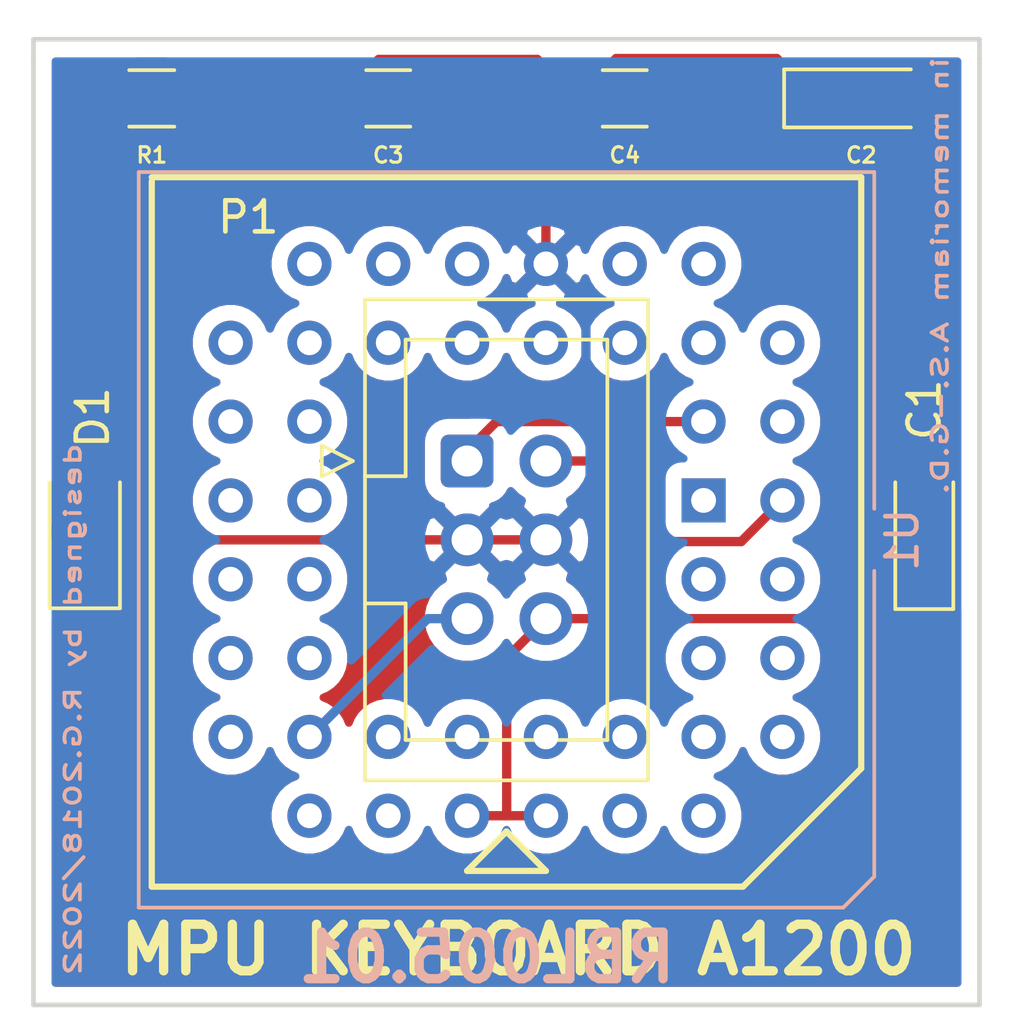
<source format=kicad_pcb>
(kicad_pcb (version 20171130) (host pcbnew 5.1.9+dfsg1-1+deb11u1)

  (general
    (thickness 1.6)
    (drawings 18)
    (tracks 73)
    (zones 0)
    (modules 8)
    (nets 7)
  )

  (page A4)
  (title_block
    (title "Amiga 1200 KEYBOARD ADAPTER MPU")
    (date 2022-11-10)
    (rev 2.0)
    (company "RetroBit Lab")
    (comment 1 "From Kicad 4 to Kicad 5")
  )

  (layers
    (0 F.Cu signal)
    (31 B.Cu signal)
    (32 B.Adhes user)
    (33 F.Adhes user)
    (34 B.Paste user)
    (35 F.Paste user)
    (36 B.SilkS user)
    (37 F.SilkS user)
    (38 B.Mask user)
    (39 F.Mask user)
    (40 Dwgs.User user)
    (41 Cmts.User user)
    (42 Eco1.User user)
    (43 Eco2.User user)
    (44 Edge.Cuts user)
    (45 Margin user)
    (46 B.CrtYd user)
    (47 F.CrtYd user)
    (48 B.Fab user)
    (49 F.Fab user)
  )

  (setup
    (last_trace_width 0.3)
    (trace_clearance 0.2)
    (zone_clearance 0.508)
    (zone_45_only no)
    (trace_min 0.2)
    (via_size 0.6)
    (via_drill 0.4)
    (via_min_size 0.4)
    (via_min_drill 0.3)
    (uvia_size 0.3)
    (uvia_drill 0.1)
    (uvias_allowed no)
    (uvia_min_size 0.2)
    (uvia_min_drill 0.1)
    (edge_width 0.15)
    (segment_width 0.2)
    (pcb_text_width 0.3)
    (pcb_text_size 1.5 1.5)
    (mod_edge_width 0.15)
    (mod_text_size 1 1)
    (mod_text_width 0.15)
    (pad_size 1.524 1.524)
    (pad_drill 0.762)
    (pad_to_mask_clearance 0)
    (aux_axis_origin 0 0)
    (visible_elements 7FFFFFFF)
    (pcbplotparams
      (layerselection 0x030fc_ffffffff)
      (usegerberextensions true)
      (usegerberattributes true)
      (usegerberadvancedattributes true)
      (creategerberjobfile true)
      (excludeedgelayer true)
      (linewidth 0.100000)
      (plotframeref false)
      (viasonmask true)
      (mode 1)
      (useauxorigin false)
      (hpglpennumber 1)
      (hpglpenspeed 20)
      (hpglpendiameter 15.000000)
      (psnegative false)
      (psa4output false)
      (plotreference true)
      (plotvalue true)
      (plotinvisibletext false)
      (padsonsilk false)
      (subtractmaskfromsilk false)
      (outputformat 1)
      (mirror false)
      (drillshape 0)
      (scaleselection 1)
      (outputdirectory "production/"))
  )

  (net 0 "")
  (net 1 VCC5V)
  (net 2 GND)
  (net 3 "Net-(D1-Pad2)")
  (net 4 mKBD_CLOCK)
  (net 5 mKBD_DATA)
  (net 6 mKBD_RESET)

  (net_class Default "This is the default net class."
    (clearance 0.2)
    (trace_width 0.3)
    (via_dia 0.6)
    (via_drill 0.4)
    (uvia_dia 0.3)
    (uvia_drill 0.1)
    (add_net GND)
    (add_net "Net-(D1-Pad2)")
    (add_net VCC5V)
    (add_net mKBD_CLOCK)
    (add_net mKBD_DATA)
    (add_net mKBD_RESET)
  )

  (module Capacitor_Tantalum_SMD:CP_EIA-3216-12_Kemet-S_Pad1.58x1.35mm_HandSolder (layer F.Cu) (tedit 5EBA9318) (tstamp 636CAFDA)
    (at 160.782 104.14 90)
    (descr "Tantalum Capacitor SMD Kemet-S (3216-12 Metric), IPC_7351 nominal, (Body size from: http://www.kemet.com/Lists/ProductCatalog/Attachments/253/KEM_TC101_STD.pdf), generated with kicad-footprint-generator")
    (tags "capacitor tantalum")
    (path /5BE89BB8)
    (attr smd)
    (fp_text reference C1 (at 3.937 0 90) (layer F.SilkS)
      (effects (font (size 1 1) (thickness 0.15)))
    )
    (fp_text value 10uF (at 0 1.75 90) (layer F.Fab)
      (effects (font (size 1 1) (thickness 0.15)))
    )
    (fp_line (start 1.6 -0.8) (end -1.2 -0.8) (layer F.Fab) (width 0.1))
    (fp_line (start -1.2 -0.8) (end -1.6 -0.4) (layer F.Fab) (width 0.1))
    (fp_line (start -1.6 -0.4) (end -1.6 0.8) (layer F.Fab) (width 0.1))
    (fp_line (start -1.6 0.8) (end 1.6 0.8) (layer F.Fab) (width 0.1))
    (fp_line (start 1.6 0.8) (end 1.6 -0.8) (layer F.Fab) (width 0.1))
    (fp_line (start 1.6 -0.935) (end -2.485 -0.935) (layer F.SilkS) (width 0.12))
    (fp_line (start -2.485 -0.935) (end -2.485 0.935) (layer F.SilkS) (width 0.12))
    (fp_line (start -2.485 0.935) (end 1.6 0.935) (layer F.SilkS) (width 0.12))
    (fp_line (start -2.48 1.05) (end -2.48 -1.05) (layer F.CrtYd) (width 0.05))
    (fp_line (start -2.48 -1.05) (end 2.48 -1.05) (layer F.CrtYd) (width 0.05))
    (fp_line (start 2.48 -1.05) (end 2.48 1.05) (layer F.CrtYd) (width 0.05))
    (fp_line (start 2.48 1.05) (end -2.48 1.05) (layer F.CrtYd) (width 0.05))
    (fp_text user %R (at 0 0 90) (layer F.Fab)
      (effects (font (size 0.8 0.8) (thickness 0.12)))
    )
    (pad 1 smd roundrect (at -1.4375 0 90) (size 1.575 1.35) (layers F.Cu F.Paste F.Mask) (roundrect_rratio 0.1851844444444445)
      (net 1 VCC5V))
    (pad 2 smd roundrect (at 1.4375 0 90) (size 1.575 1.35) (layers F.Cu F.Paste F.Mask) (roundrect_rratio 0.1851844444444445)
      (net 2 GND))
    (model ${KISYS3DMOD}/Capacitor_Tantalum_SMD.3dshapes/CP_EIA-3216-12_Kemet-S.wrl
      (at (xyz 0 0 0))
      (scale (xyz 1 1 1))
      (rotate (xyz 0 0 0))
    )
  )

  (module Capacitor_Tantalum_SMD:CP_EIA-3216-12_Kemet-S_Pad1.58x1.35mm_HandSolder (layer F.Cu) (tedit 5EBA9318) (tstamp 636CB181)
    (at 158.75 90.17)
    (descr "Tantalum Capacitor SMD Kemet-S (3216-12 Metric), IPC_7351 nominal, (Body size from: http://www.kemet.com/Lists/ProductCatalog/Attachments/253/KEM_TC101_STD.pdf), generated with kicad-footprint-generator")
    (tags "capacitor tantalum")
    (path /636E678B)
    (attr smd)
    (fp_text reference C2 (at 0 1.83) (layer F.SilkS)
      (effects (font (size 0.5 0.5) (thickness 0.1)))
    )
    (fp_text value 10uF (at 0 1.75) (layer F.Fab)
      (effects (font (size 1 1) (thickness 0.15)))
    )
    (fp_line (start 2.48 1.05) (end -2.48 1.05) (layer F.CrtYd) (width 0.05))
    (fp_line (start 2.48 -1.05) (end 2.48 1.05) (layer F.CrtYd) (width 0.05))
    (fp_line (start -2.48 -1.05) (end 2.48 -1.05) (layer F.CrtYd) (width 0.05))
    (fp_line (start -2.48 1.05) (end -2.48 -1.05) (layer F.CrtYd) (width 0.05))
    (fp_line (start -2.485 0.935) (end 1.6 0.935) (layer F.SilkS) (width 0.12))
    (fp_line (start -2.485 -0.935) (end -2.485 0.935) (layer F.SilkS) (width 0.12))
    (fp_line (start 1.6 -0.935) (end -2.485 -0.935) (layer F.SilkS) (width 0.12))
    (fp_line (start 1.6 0.8) (end 1.6 -0.8) (layer F.Fab) (width 0.1))
    (fp_line (start -1.6 0.8) (end 1.6 0.8) (layer F.Fab) (width 0.1))
    (fp_line (start -1.6 -0.4) (end -1.6 0.8) (layer F.Fab) (width 0.1))
    (fp_line (start -1.2 -0.8) (end -1.6 -0.4) (layer F.Fab) (width 0.1))
    (fp_line (start 1.6 -0.8) (end -1.2 -0.8) (layer F.Fab) (width 0.1))
    (fp_text user %R (at 0 0) (layer F.Fab)
      (effects (font (size 0.8 0.8) (thickness 0.12)))
    )
    (pad 2 smd roundrect (at 1.4375 0) (size 1.575 1.35) (layers F.Cu F.Paste F.Mask) (roundrect_rratio 0.1851844444444445)
      (net 2 GND))
    (pad 1 smd roundrect (at -1.4375 0) (size 1.575 1.35) (layers F.Cu F.Paste F.Mask) (roundrect_rratio 0.1851844444444445)
      (net 1 VCC5V))
    (model ${KISYS3DMOD}/Capacitor_Tantalum_SMD.3dshapes/CP_EIA-3216-12_Kemet-S.wrl
      (at (xyz 0 0 0))
      (scale (xyz 1 1 1))
      (rotate (xyz 0 0 0))
    )
  )

  (module Capacitor_SMD:C_1206_3216Metric_Pad1.33x1.80mm_HandSolder (layer F.Cu) (tedit 5F68FEEF) (tstamp 636CAFFF)
    (at 143.51 90.17)
    (descr "Capacitor SMD 1206 (3216 Metric), square (rectangular) end terminal, IPC_7351 nominal with elongated pad for handsoldering. (Body size source: IPC-SM-782 page 76, https://www.pcb-3d.com/wordpress/wp-content/uploads/ipc-sm-782a_amendment_1_and_2.pdf), generated with kicad-footprint-generator")
    (tags "capacitor handsolder")
    (path /5BE8B488)
    (attr smd)
    (fp_text reference C3 (at 0 1.83) (layer F.SilkS)
      (effects (font (size 0.5 0.5) (thickness 0.1)))
    )
    (fp_text value 100nF (at 0 1.85) (layer F.Fab)
      (effects (font (size 1 1) (thickness 0.15)))
    )
    (fp_line (start -1.6 0.8) (end -1.6 -0.8) (layer F.Fab) (width 0.1))
    (fp_line (start -1.6 -0.8) (end 1.6 -0.8) (layer F.Fab) (width 0.1))
    (fp_line (start 1.6 -0.8) (end 1.6 0.8) (layer F.Fab) (width 0.1))
    (fp_line (start 1.6 0.8) (end -1.6 0.8) (layer F.Fab) (width 0.1))
    (fp_line (start -0.711252 -0.91) (end 0.711252 -0.91) (layer F.SilkS) (width 0.12))
    (fp_line (start -0.711252 0.91) (end 0.711252 0.91) (layer F.SilkS) (width 0.12))
    (fp_line (start -2.48 1.15) (end -2.48 -1.15) (layer F.CrtYd) (width 0.05))
    (fp_line (start -2.48 -1.15) (end 2.48 -1.15) (layer F.CrtYd) (width 0.05))
    (fp_line (start 2.48 -1.15) (end 2.48 1.15) (layer F.CrtYd) (width 0.05))
    (fp_line (start 2.48 1.15) (end -2.48 1.15) (layer F.CrtYd) (width 0.05))
    (fp_text user %R (at 0 0) (layer F.Fab)
      (effects (font (size 0.8 0.8) (thickness 0.12)))
    )
    (pad 1 smd roundrect (at -1.5625 0) (size 1.325 1.8) (layers F.Cu F.Paste F.Mask) (roundrect_rratio 0.1886777358490566)
      (net 1 VCC5V))
    (pad 2 smd roundrect (at 1.5625 0) (size 1.325 1.8) (layers F.Cu F.Paste F.Mask) (roundrect_rratio 0.1886777358490566)
      (net 2 GND))
    (model ${KISYS3DMOD}/Capacitor_SMD.3dshapes/C_1206_3216Metric.wrl
      (at (xyz 0 0 0))
      (scale (xyz 1 1 1))
      (rotate (xyz 0 0 0))
    )
  )

  (module Capacitor_SMD:C_1206_3216Metric_Pad1.33x1.80mm_HandSolder (layer F.Cu) (tedit 5F68FEEF) (tstamp 636CB269)
    (at 151.13 90.17)
    (descr "Capacitor SMD 1206 (3216 Metric), square (rectangular) end terminal, IPC_7351 nominal with elongated pad for handsoldering. (Body size source: IPC-SM-782 page 76, https://www.pcb-3d.com/wordpress/wp-content/uploads/ipc-sm-782a_amendment_1_and_2.pdf), generated with kicad-footprint-generator")
    (tags "capacitor handsolder")
    (path /636E7056)
    (attr smd)
    (fp_text reference C4 (at 0 1.83) (layer F.SilkS)
      (effects (font (size 0.5 0.5) (thickness 0.1)))
    )
    (fp_text value 100nF (at 0 1.85) (layer F.Fab)
      (effects (font (size 1 1) (thickness 0.15)))
    )
    (fp_line (start 2.48 1.15) (end -2.48 1.15) (layer F.CrtYd) (width 0.05))
    (fp_line (start 2.48 -1.15) (end 2.48 1.15) (layer F.CrtYd) (width 0.05))
    (fp_line (start -2.48 -1.15) (end 2.48 -1.15) (layer F.CrtYd) (width 0.05))
    (fp_line (start -2.48 1.15) (end -2.48 -1.15) (layer F.CrtYd) (width 0.05))
    (fp_line (start -0.711252 0.91) (end 0.711252 0.91) (layer F.SilkS) (width 0.12))
    (fp_line (start -0.711252 -0.91) (end 0.711252 -0.91) (layer F.SilkS) (width 0.12))
    (fp_line (start 1.6 0.8) (end -1.6 0.8) (layer F.Fab) (width 0.1))
    (fp_line (start 1.6 -0.8) (end 1.6 0.8) (layer F.Fab) (width 0.1))
    (fp_line (start -1.6 -0.8) (end 1.6 -0.8) (layer F.Fab) (width 0.1))
    (fp_line (start -1.6 0.8) (end -1.6 -0.8) (layer F.Fab) (width 0.1))
    (fp_text user %R (at 0 0) (layer F.Fab)
      (effects (font (size 0.8 0.8) (thickness 0.12)))
    )
    (pad 2 smd roundrect (at 1.5625 0) (size 1.325 1.8) (layers F.Cu F.Paste F.Mask) (roundrect_rratio 0.1886777358490566)
      (net 2 GND))
    (pad 1 smd roundrect (at -1.5625 0) (size 1.325 1.8) (layers F.Cu F.Paste F.Mask) (roundrect_rratio 0.1886777358490566)
      (net 1 VCC5V))
    (model ${KISYS3DMOD}/Capacitor_SMD.3dshapes/C_1206_3216Metric.wrl
      (at (xyz 0 0 0))
      (scale (xyz 1 1 1))
      (rotate (xyz 0 0 0))
    )
  )

  (module LED_SMD:LED_1206_3216Metric_Pad1.42x1.75mm_HandSolder (layer F.Cu) (tedit 5F68FEF1) (tstamp 636CB235)
    (at 133.731 104.14 90)
    (descr "LED SMD 1206 (3216 Metric), square (rectangular) end terminal, IPC_7351 nominal, (Body size source: http://www.tortai-tech.com/upload/download/2011102023233369053.pdf), generated with kicad-footprint-generator")
    (tags "LED handsolder")
    (path /636D4F4F)
    (attr smd)
    (fp_text reference D1 (at 3.683 0.254 90) (layer F.SilkS)
      (effects (font (size 1 1) (thickness 0.15)))
    )
    (fp_text value RED (at 0 1.82 90) (layer F.Fab)
      (effects (font (size 1 1) (thickness 0.15)))
    )
    (fp_line (start 1.6 -0.8) (end -1.2 -0.8) (layer F.Fab) (width 0.1))
    (fp_line (start -1.2 -0.8) (end -1.6 -0.4) (layer F.Fab) (width 0.1))
    (fp_line (start -1.6 -0.4) (end -1.6 0.8) (layer F.Fab) (width 0.1))
    (fp_line (start -1.6 0.8) (end 1.6 0.8) (layer F.Fab) (width 0.1))
    (fp_line (start 1.6 0.8) (end 1.6 -0.8) (layer F.Fab) (width 0.1))
    (fp_line (start 1.6 -1.135) (end -2.46 -1.135) (layer F.SilkS) (width 0.12))
    (fp_line (start -2.46 -1.135) (end -2.46 1.135) (layer F.SilkS) (width 0.12))
    (fp_line (start -2.46 1.135) (end 1.6 1.135) (layer F.SilkS) (width 0.12))
    (fp_line (start -2.45 1.12) (end -2.45 -1.12) (layer F.CrtYd) (width 0.05))
    (fp_line (start -2.45 -1.12) (end 2.45 -1.12) (layer F.CrtYd) (width 0.05))
    (fp_line (start 2.45 -1.12) (end 2.45 1.12) (layer F.CrtYd) (width 0.05))
    (fp_line (start 2.45 1.12) (end -2.45 1.12) (layer F.CrtYd) (width 0.05))
    (fp_text user %R (at 0 0 90) (layer F.Fab)
      (effects (font (size 0.8 0.8) (thickness 0.12)))
    )
    (pad 1 smd roundrect (at -1.4875 0 90) (size 1.425 1.75) (layers F.Cu F.Paste F.Mask) (roundrect_rratio 0.1754385964912281)
      (net 2 GND))
    (pad 2 smd roundrect (at 1.4875 0 90) (size 1.425 1.75) (layers F.Cu F.Paste F.Mask) (roundrect_rratio 0.1754385964912281)
      (net 3 "Net-(D1-Pad2)"))
    (model ${KISYS3DMOD}/LED_SMD.3dshapes/LED_1206_3216Metric.wrl
      (at (xyz 0 0 0))
      (scale (xyz 1 1 1))
      (rotate (xyz 0 0 0))
    )
  )

  (module Connector_IDC:IDC-Header_2x03_P2.54mm_Vertical (layer F.Cu) (tedit 5EAC9A07) (tstamp 636CBBE3)
    (at 146.05 101.854)
    (descr "Through hole IDC box header, 2x03, 2.54mm pitch, DIN 41651 / IEC 60603-13, double rows, https://docs.google.com/spreadsheets/d/16SsEcesNF15N3Lb4niX7dcUr-NY5_MFPQhobNuNppn4/edit#gid=0")
    (tags "Through hole vertical IDC box header THT 2x03 2.54mm double row")
    (path /636CBEED)
    (fp_text reference P1 (at -7.05 -7.854) (layer F.SilkS)
      (effects (font (size 1 1) (thickness 0.15)))
    )
    (fp_text value Conn_02x03_Odd_Even (at 1.27 11.18) (layer F.Fab)
      (effects (font (size 1 1) (thickness 0.15)))
    )
    (fp_line (start -3.18 -4.1) (end -2.18 -5.1) (layer F.Fab) (width 0.1))
    (fp_line (start -2.18 -5.1) (end 5.72 -5.1) (layer F.Fab) (width 0.1))
    (fp_line (start 5.72 -5.1) (end 5.72 10.18) (layer F.Fab) (width 0.1))
    (fp_line (start 5.72 10.18) (end -3.18 10.18) (layer F.Fab) (width 0.1))
    (fp_line (start -3.18 10.18) (end -3.18 -4.1) (layer F.Fab) (width 0.1))
    (fp_line (start -3.18 0.49) (end -1.98 0.49) (layer F.Fab) (width 0.1))
    (fp_line (start -1.98 0.49) (end -1.98 -3.91) (layer F.Fab) (width 0.1))
    (fp_line (start -1.98 -3.91) (end 4.52 -3.91) (layer F.Fab) (width 0.1))
    (fp_line (start 4.52 -3.91) (end 4.52 8.99) (layer F.Fab) (width 0.1))
    (fp_line (start 4.52 8.99) (end -1.98 8.99) (layer F.Fab) (width 0.1))
    (fp_line (start -1.98 8.99) (end -1.98 4.59) (layer F.Fab) (width 0.1))
    (fp_line (start -1.98 4.59) (end -1.98 4.59) (layer F.Fab) (width 0.1))
    (fp_line (start -1.98 4.59) (end -3.18 4.59) (layer F.Fab) (width 0.1))
    (fp_line (start -3.29 -5.21) (end 5.83 -5.21) (layer F.SilkS) (width 0.12))
    (fp_line (start 5.83 -5.21) (end 5.83 10.29) (layer F.SilkS) (width 0.12))
    (fp_line (start 5.83 10.29) (end -3.29 10.29) (layer F.SilkS) (width 0.12))
    (fp_line (start -3.29 10.29) (end -3.29 -5.21) (layer F.SilkS) (width 0.12))
    (fp_line (start -3.29 0.49) (end -1.98 0.49) (layer F.SilkS) (width 0.12))
    (fp_line (start -1.98 0.49) (end -1.98 -3.91) (layer F.SilkS) (width 0.12))
    (fp_line (start -1.98 -3.91) (end 4.52 -3.91) (layer F.SilkS) (width 0.12))
    (fp_line (start 4.52 -3.91) (end 4.52 8.99) (layer F.SilkS) (width 0.12))
    (fp_line (start 4.52 8.99) (end -1.98 8.99) (layer F.SilkS) (width 0.12))
    (fp_line (start -1.98 8.99) (end -1.98 4.59) (layer F.SilkS) (width 0.12))
    (fp_line (start -1.98 4.59) (end -1.98 4.59) (layer F.SilkS) (width 0.12))
    (fp_line (start -1.98 4.59) (end -3.29 4.59) (layer F.SilkS) (width 0.12))
    (fp_line (start -3.68 0) (end -4.68 -0.5) (layer F.SilkS) (width 0.12))
    (fp_line (start -4.68 -0.5) (end -4.68 0.5) (layer F.SilkS) (width 0.12))
    (fp_line (start -4.68 0.5) (end -3.68 0) (layer F.SilkS) (width 0.12))
    (fp_line (start -3.68 -5.6) (end -3.68 10.69) (layer F.CrtYd) (width 0.05))
    (fp_line (start -3.68 10.69) (end 6.22 10.69) (layer F.CrtYd) (width 0.05))
    (fp_line (start 6.22 10.69) (end 6.22 -5.6) (layer F.CrtYd) (width 0.05))
    (fp_line (start 6.22 -5.6) (end -3.68 -5.6) (layer F.CrtYd) (width 0.05))
    (fp_text user %R (at 1.27 2.54 90) (layer F.Fab)
      (effects (font (size 1 1) (thickness 0.15)))
    )
    (pad 1 thru_hole roundrect (at 0 0) (size 1.7 1.7) (drill 1) (layers *.Cu *.Mask) (roundrect_rratio 0.1470588235294118)
      (net 4 mKBD_CLOCK))
    (pad 3 thru_hole circle (at 0 2.54) (size 1.7 1.7) (drill 1) (layers *.Cu *.Mask)
      (net 2 GND))
    (pad 5 thru_hole circle (at 0 5.08) (size 1.7 1.7) (drill 1) (layers *.Cu *.Mask)
      (net 6 mKBD_RESET))
    (pad 2 thru_hole circle (at 2.54 0) (size 1.7 1.7) (drill 1) (layers *.Cu *.Mask)
      (net 5 mKBD_DATA))
    (pad 4 thru_hole circle (at 2.54 2.54) (size 1.7 1.7) (drill 1) (layers *.Cu *.Mask)
      (net 2 GND))
    (pad 6 thru_hole circle (at 2.54 5.08) (size 1.7 1.7) (drill 1) (layers *.Cu *.Mask)
      (net 1 VCC5V))
    (model ${KISYS3DMOD}/Connector_IDC.3dshapes/IDC-Header_2x03_P2.54mm_Vertical.wrl
      (at (xyz 0 0 0))
      (scale (xyz 1 1 1))
      (rotate (xyz 0 0 0))
    )
  )

  (module Resistor_SMD:R_1206_3216Metric_Pad1.30x1.75mm_HandSolder (layer F.Cu) (tedit 5F68FEEE) (tstamp 636CB05E)
    (at 135.89 90.17)
    (descr "Resistor SMD 1206 (3216 Metric), square (rectangular) end terminal, IPC_7351 nominal with elongated pad for handsoldering. (Body size source: IPC-SM-782 page 72, https://www.pcb-3d.com/wordpress/wp-content/uploads/ipc-sm-782a_amendment_1_and_2.pdf), generated with kicad-footprint-generator")
    (tags "resistor handsolder")
    (path /5BE8AFFD)
    (attr smd)
    (fp_text reference R1 (at 0 1.83) (layer F.SilkS)
      (effects (font (size 0.5 0.5) (thickness 0.1)))
    )
    (fp_text value 330R (at 0 1.82) (layer F.Fab)
      (effects (font (size 1 1) (thickness 0.15)))
    )
    (fp_line (start -1.6 0.8) (end -1.6 -0.8) (layer F.Fab) (width 0.1))
    (fp_line (start -1.6 -0.8) (end 1.6 -0.8) (layer F.Fab) (width 0.1))
    (fp_line (start 1.6 -0.8) (end 1.6 0.8) (layer F.Fab) (width 0.1))
    (fp_line (start 1.6 0.8) (end -1.6 0.8) (layer F.Fab) (width 0.1))
    (fp_line (start -0.727064 -0.91) (end 0.727064 -0.91) (layer F.SilkS) (width 0.12))
    (fp_line (start -0.727064 0.91) (end 0.727064 0.91) (layer F.SilkS) (width 0.12))
    (fp_line (start -2.45 1.12) (end -2.45 -1.12) (layer F.CrtYd) (width 0.05))
    (fp_line (start -2.45 -1.12) (end 2.45 -1.12) (layer F.CrtYd) (width 0.05))
    (fp_line (start 2.45 -1.12) (end 2.45 1.12) (layer F.CrtYd) (width 0.05))
    (fp_line (start 2.45 1.12) (end -2.45 1.12) (layer F.CrtYd) (width 0.05))
    (fp_text user %R (at 0 0) (layer F.Fab)
      (effects (font (size 0.8 0.8) (thickness 0.12)))
    )
    (pad 1 smd roundrect (at -1.55 0) (size 1.3 1.75) (layers F.Cu F.Paste F.Mask) (roundrect_rratio 0.1923069230769231)
      (net 3 "Net-(D1-Pad2)"))
    (pad 2 smd roundrect (at 1.55 0) (size 1.3 1.75) (layers F.Cu F.Paste F.Mask) (roundrect_rratio 0.1923069230769231)
      (net 1 VCC5V))
    (model ${KISYS3DMOD}/Resistor_SMD.3dshapes/R_1206_3216Metric.wrl
      (at (xyz 0 0 0))
      (scale (xyz 1 1 1))
      (rotate (xyz 0 0 0))
    )
  )

  (module RetroBitLab:PLCC-44_THT-Socket_3D (layer B.Cu) (tedit 636CB821) (tstamp 636D2623)
    (at 153.67 103.124 90)
    (descr "PLCC, 44 pins, through hole")
    (tags "plcc leaded")
    (path /5BE895D2)
    (fp_text reference U1 (at -1.27 6.4 90) (layer B.SilkS)
      (effects (font (size 1 1) (thickness 0.15)) (justify mirror))
    )
    (fp_text value A1200U13_REV_PLCC44 (at -1.27 -19.1 90) (layer B.Fab)
      (effects (font (size 1 1) (thickness 0.15)) (justify mirror))
    )
    (fp_line (start -12.02 5.4) (end -13.02 4.4) (layer B.Fab) (width 0.1))
    (fp_line (start -13.02 4.4) (end -13.02 -18.1) (layer B.Fab) (width 0.1))
    (fp_line (start -13.02 -18.1) (end 10.48 -18.1) (layer B.Fab) (width 0.1))
    (fp_line (start 10.48 -18.1) (end 10.48 5.4) (layer B.Fab) (width 0.1))
    (fp_line (start 10.48 5.4) (end -12.02 5.4) (layer B.Fab) (width 0.1))
    (fp_line (start -13.52 5.9) (end -13.52 -18.6) (layer B.CrtYd) (width 0.05))
    (fp_line (start -13.52 -18.6) (end 10.98 -18.6) (layer B.CrtYd) (width 0.05))
    (fp_line (start 10.98 -18.6) (end 10.98 5.9) (layer B.CrtYd) (width 0.05))
    (fp_line (start 10.98 5.9) (end -13.52 5.9) (layer B.CrtYd) (width 0.05))
    (fp_line (start -10.48 2.86) (end -10.48 -15.56) (layer B.Fab) (width 0.1))
    (fp_line (start -10.48 -15.56) (end 7.94 -15.56) (layer B.Fab) (width 0.1))
    (fp_line (start 7.94 -15.56) (end 7.94 2.86) (layer B.Fab) (width 0.1))
    (fp_line (start 7.94 2.86) (end -10.48 2.86) (layer B.Fab) (width 0.1))
    (fp_line (start -1.77 5.4) (end -1.27 4.4) (layer B.Fab) (width 0.1))
    (fp_line (start -1.27 4.4) (end -0.77 5.4) (layer B.Fab) (width 0.1))
    (fp_line (start -2.27 5.5) (end -12.12 5.5) (layer B.SilkS) (width 0.12))
    (fp_line (start -12.12 5.5) (end -13.12 4.5) (layer B.SilkS) (width 0.12))
    (fp_line (start -13.12 4.5) (end -13.12 -18.2) (layer B.SilkS) (width 0.12))
    (fp_line (start -13.12 -18.2) (end 10.58 -18.2) (layer B.SilkS) (width 0.12))
    (fp_line (start 10.58 -18.2) (end 10.58 5.5) (layer B.SilkS) (width 0.12))
    (fp_line (start 10.58 5.5) (end -0.27 5.5) (layer B.SilkS) (width 0.12))
    (fp_text user %R (at -1.27 -6.35 90) (layer B.Fab)
      (effects (font (size 1 1) (thickness 0.15)) (justify mirror))
    )
    (pad 1 thru_hole rect (at 0 0 90) (size 1.4224 1.4224) (drill 0.8) (layers *.Cu *.Mask))
    (pad 3 thru_hole circle (at -2.54 0 90) (size 1.4224 1.4224) (drill 0.8) (layers *.Cu *.Mask))
    (pad 5 thru_hole circle (at -5.08 0 90) (size 1.4224 1.4224) (drill 0.8) (layers *.Cu *.Mask))
    (pad 43 thru_hole circle (at 2.54 0 90) (size 1.4224 1.4224) (drill 0.8) (layers *.Cu *.Mask)
      (net 4 mKBD_CLOCK))
    (pad 41 thru_hole circle (at 5.08 0 90) (size 1.4224 1.4224) (drill 0.8) (layers *.Cu *.Mask))
    (pad 2 thru_hole circle (at -2.54 2.54 90) (size 1.4224 1.4224) (drill 0.8) (layers *.Cu *.Mask))
    (pad 4 thru_hole circle (at -5.08 2.54 90) (size 1.4224 1.4224) (drill 0.8) (layers *.Cu *.Mask))
    (pad 6 thru_hole circle (at -7.62 2.54 90) (size 1.4224 1.4224) (drill 0.8) (layers *.Cu *.Mask))
    (pad 44 thru_hole circle (at 0 2.54 90) (size 1.4224 1.4224) (drill 0.8) (layers *.Cu *.Mask)
      (net 5 mKBD_DATA))
    (pad 42 thru_hole circle (at 2.54 2.54 90) (size 1.4224 1.4224) (drill 0.8) (layers *.Cu *.Mask))
    (pad 8 thru_hole circle (at -7.62 0 90) (size 1.4224 1.4224) (drill 0.8) (layers *.Cu *.Mask))
    (pad 10 thru_hole circle (at -7.62 -2.54 90) (size 1.4224 1.4224) (drill 0.8) (layers *.Cu *.Mask))
    (pad 12 thru_hole circle (at -7.62 -5.08 90) (size 1.4224 1.4224) (drill 0.8) (layers *.Cu *.Mask))
    (pad 14 thru_hole circle (at -7.62 -7.62 90) (size 1.4224 1.4224) (drill 0.8) (layers *.Cu *.Mask))
    (pad 16 thru_hole circle (at -7.62 -10.16 90) (size 1.4224 1.4224) (drill 0.8) (layers *.Cu *.Mask))
    (pad 7 thru_hole circle (at -10.16 0 90) (size 1.4224 1.4224) (drill 0.8) (layers *.Cu *.Mask))
    (pad 9 thru_hole circle (at -10.16 -2.54 90) (size 1.4224 1.4224) (drill 0.8) (layers *.Cu *.Mask))
    (pad 11 thru_hole circle (at -10.16 -5.08 90) (size 1.4224 1.4224) (drill 0.8) (layers *.Cu *.Mask)
      (net 1 VCC5V))
    (pad 13 thru_hole circle (at -10.16 -7.62 90) (size 1.4224 1.4224) (drill 0.8) (layers *.Cu *.Mask)
      (net 1 VCC5V))
    (pad 15 thru_hole circle (at -10.16 -10.16 90) (size 1.4224 1.4224) (drill 0.8) (layers *.Cu *.Mask))
    (pad 17 thru_hole circle (at -10.16 -12.7 90) (size 1.4224 1.4224) (drill 0.8) (layers *.Cu *.Mask))
    (pad 19 thru_hole circle (at -7.62 -12.7 90) (size 1.4224 1.4224) (drill 0.8) (layers *.Cu *.Mask)
      (net 6 mKBD_RESET))
    (pad 21 thru_hole circle (at -5.08 -12.7 90) (size 1.4224 1.4224) (drill 0.8) (layers *.Cu *.Mask))
    (pad 23 thru_hole circle (at -2.54 -12.7 90) (size 1.4224 1.4224) (drill 0.8) (layers *.Cu *.Mask))
    (pad 25 thru_hole circle (at 0 -12.7 90) (size 1.4224 1.4224) (drill 0.8) (layers *.Cu *.Mask))
    (pad 27 thru_hole circle (at 2.54 -12.7 90) (size 1.4224 1.4224) (drill 0.8) (layers *.Cu *.Mask))
    (pad 29 thru_hole circle (at 7.62 -12.7 90) (size 1.4224 1.4224) (drill 0.8) (layers *.Cu *.Mask))
    (pad 18 thru_hole circle (at -7.62 -15.24 90) (size 1.4224 1.4224) (drill 0.8) (layers *.Cu *.Mask))
    (pad 20 thru_hole circle (at -5.08 -15.24 90) (size 1.4224 1.4224) (drill 0.8) (layers *.Cu *.Mask))
    (pad 22 thru_hole circle (at -2.54 -15.24 90) (size 1.4224 1.4224) (drill 0.8) (layers *.Cu *.Mask))
    (pad 24 thru_hole circle (at 0 -15.24 90) (size 1.4224 1.4224) (drill 0.8) (layers *.Cu *.Mask))
    (pad 26 thru_hole circle (at 2.54 -15.24 90) (size 1.4224 1.4224) (drill 0.8) (layers *.Cu *.Mask))
    (pad 28 thru_hole circle (at 5.08 -15.24 90) (size 1.4224 1.4224) (drill 0.8) (layers *.Cu *.Mask))
    (pad 30 thru_hole circle (at 5.08 -12.7 90) (size 1.4224 1.4224) (drill 0.8) (layers *.Cu *.Mask))
    (pad 32 thru_hole circle (at 5.08 -10.16 90) (size 1.4224 1.4224) (drill 0.8) (layers *.Cu *.Mask))
    (pad 34 thru_hole circle (at 5.08 -7.62 90) (size 1.4224 1.4224) (drill 0.8) (layers *.Cu *.Mask))
    (pad 36 thru_hole circle (at 5.08 -5.08 90) (size 1.4224 1.4224) (drill 0.8) (layers *.Cu *.Mask))
    (pad 38 thru_hole circle (at 5.08 -2.54 90) (size 1.4224 1.4224) (drill 0.8) (layers *.Cu *.Mask))
    (pad 40 thru_hole circle (at 5.08 2.54 90) (size 1.4224 1.4224) (drill 0.8) (layers *.Cu *.Mask))
    (pad 31 thru_hole circle (at 7.62 -10.16 90) (size 1.4224 1.4224) (drill 0.8) (layers *.Cu *.Mask))
    (pad 33 thru_hole circle (at 7.62 -7.62 90) (size 1.4224 1.4224) (drill 0.8) (layers *.Cu *.Mask))
    (pad 35 thru_hole circle (at 7.62 -5.08 90) (size 1.4224 1.4224) (drill 0.8) (layers *.Cu *.Mask)
      (net 2 GND))
    (pad 37 thru_hole circle (at 7.62 -2.54 90) (size 1.4224 1.4224) (drill 0.8) (layers *.Cu *.Mask))
    (pad 39 thru_hole circle (at 7.62 0 90) (size 1.4224 1.4224) (drill 0.8) (layers *.Cu *.Mask))
    (model ${KISYS3DMOD}/Package_LCC.3dshapes/PLCC-44_THT-Socket.wrl
      (at (xyz 0 0 0))
      (scale (xyz 1 1 1))
      (rotate (xyz 0 0 0))
    )
    (model ${KILIBPATH}/RetroBitLab.3dshapes/54020-44030LF.stp
      (offset (xyz -12.85 -17.95 7.75))
      (scale (xyz 1 1 1))
      (rotate (xyz 0 0 0))
    )
  )

  (gr_line (start 162.56 88.265) (end 162.56 88.9) (angle 90) (layer Edge.Cuts) (width 0.15))
  (gr_line (start 132.08 88.9) (end 132.08 88.265) (angle 90) (layer Edge.Cuts) (width 0.15))
  (gr_line (start 147.32 113.792) (end 146.05 115.062) (angle 90) (layer F.SilkS) (width 0.2))
  (gr_line (start 148.59 115.062) (end 147.32 113.792) (angle 90) (layer F.SilkS) (width 0.2))
  (gr_line (start 146.05 115.062) (end 148.59 115.062) (angle 90) (layer F.SilkS) (width 0.2))
  (gr_line (start 135.89 115.57) (end 135.89 92.837) (angle 90) (layer F.SilkS) (width 0.2))
  (gr_line (start 154.94 115.57) (end 135.89 115.57) (angle 90) (layer F.SilkS) (width 0.2))
  (gr_line (start 158.75 111.76) (end 154.94 115.57) (angle 90) (layer F.SilkS) (width 0.2))
  (gr_line (start 158.75 92.71) (end 158.75 111.76) (angle 90) (layer F.SilkS) (width 0.2))
  (gr_line (start 135.89 92.71) (end 158.75 92.71) (angle 90) (layer F.SilkS) (width 0.2))
  (gr_text "in memoriam A.S.-G.D." (at 161.29 95.885 90) (layer B.SilkS)
    (effects (font (size 0.5 0.8) (thickness 0.12)) (justify mirror))
  )
  (gr_text "designed by R.G.2018/2022" (at 133.35 109.855 90) (layer B.SilkS)
    (effects (font (size 0.5 0.8) (thickness 0.12)) (justify mirror))
  )
  (gr_text RBL005.01 (at 146.685 117.856) (layer B.SilkS)
    (effects (font (size 1.5 1.5) (thickness 0.3)) (justify mirror))
  )
  (gr_text "MPU KEYBOARD A1200" (at 147.701 117.602) (layer F.SilkS)
    (effects (font (size 1.5 1.5) (thickness 0.3)))
  )
  (gr_line (start 132.08 119.38) (end 132.08 88.9) (angle 90) (layer Edge.Cuts) (width 0.15))
  (gr_line (start 162.56 119.38) (end 132.08 119.38) (angle 90) (layer Edge.Cuts) (width 0.15))
  (gr_line (start 162.56 88.9) (end 162.56 119.38) (angle 90) (layer Edge.Cuts) (width 0.15))
  (gr_line (start 132.08 88.265) (end 162.56 88.265) (angle 90) (layer Edge.Cuts) (width 0.15))

  (segment (start 149.5675 90.17) (end 150.8519 88.8856) (width 0.3) (layer F.Cu) (net 1))
  (segment (start 150.8519 88.8856) (end 156.0281 88.8856) (width 0.3) (layer F.Cu) (net 1))
  (segment (start 156.0281 88.8856) (end 157.3125 90.17) (width 0.3) (layer F.Cu) (net 1))
  (segment (start 141.948 90.17) (end 143.2032 88.9148) (width 0.3) (layer F.Cu) (net 1))
  (segment (start 143.2032 88.9148) (end 148.3123 88.9148) (width 0.3) (layer F.Cu) (net 1))
  (segment (start 148.3123 88.9148) (end 149.5675 90.17) (width 0.3) (layer F.Cu) (net 1))
  (segment (start 160.782 105.5775) (end 161.8172 104.5423) (width 0.3) (layer F.Cu) (net 1))
  (segment (start 161.8172 104.5423) (end 161.8172 89.9617) (width 0.3) (layer F.Cu) (net 1))
  (segment (start 161.8172 89.9617) (end 160.9619 89.1064) (width 0.3) (layer F.Cu) (net 1))
  (segment (start 160.9619 89.1064) (end 158.3761 89.1064) (width 0.3) (layer F.Cu) (net 1))
  (segment (start 158.3761 89.1064) (end 157.3125 90.17) (width 0.3) (layer F.Cu) (net 1))
  (segment (start 160.782 105.578) (end 160.782 105.5775) (width 0.3) (layer F.Cu) (net 1))
  (segment (start 148.59 106.934) (end 160.576 106.934) (width 0.3) (layer F.Cu) (net 1))
  (segment (start 160.576 106.934) (end 160.782 106.728) (width 0.3) (layer F.Cu) (net 1))
  (segment (start 160.782 106.728) (end 160.782 105.578) (width 0.3) (layer F.Cu) (net 1))
  (segment (start 141.9475 90.17) (end 141.948 90.17) (width 0.3) (layer F.Cu) (net 1))
  (segment (start 137.44 90.17) (end 141.9475 90.17) (width 0.3) (layer F.Cu) (net 1))
  (segment (start 146.05 113.284) (end 147.326 113.284) (width 0.3) (layer F.Cu) (net 1))
  (segment (start 148.59 106.934) (end 147.514 108.01) (width 0.3) (layer F.Cu) (net 1))
  (segment (start 147.514 108.01) (end 147.514 108.326) (width 0.3) (layer F.Cu) (net 1))
  (segment (start 147.514 108.326) (end 147.326 108.514) (width 0.3) (layer F.Cu) (net 1))
  (segment (start 147.326 108.514) (end 147.326 113.284) (width 0.3) (layer F.Cu) (net 1))
  (segment (start 147.326 113.284) (end 148.59 113.284) (width 0.3) (layer F.Cu) (net 1))
  (segment (start 160.1875 90.17) (end 160.188 90.17) (width 0.3) (layer F.Cu) (net 2))
  (segment (start 148.7 92.33) (end 151.6 92.33) (width 0.3) (layer F.Cu) (net 2))
  (segment (start 151.6 92.33) (end 152.1568 91.7729) (width 0.3) (layer F.Cu) (net 2))
  (segment (start 160.188 90.9775) (end 160.782 91.572) (width 0.3) (layer F.Cu) (net 2))
  (segment (start 160.782 91.572) (end 160.782 102.702) (width 0.3) (layer F.Cu) (net 2))
  (segment (start 160.188 90.17) (end 160.188 90.9775) (width 0.3) (layer F.Cu) (net 2))
  (segment (start 152.1568 91.7729) (end 159.3926 91.7729) (width 0.3) (layer F.Cu) (net 2))
  (segment (start 159.3926 91.7729) (end 160.188 90.9775) (width 0.3) (layer F.Cu) (net 2))
  (segment (start 152.1568 91.7729) (end 152.692 91.2375) (width 0.3) (layer F.Cu) (net 2))
  (segment (start 152.692 91.2375) (end 152.692 90.7037) (width 0.3) (layer F.Cu) (net 2))
  (segment (start 145.072 90.5112) (end 145.0725 90.5107) (width 0.3) (layer F.Cu) (net 2))
  (segment (start 145.0725 90.5107) (end 145.0725 90.17) (width 0.3) (layer F.Cu) (net 2))
  (segment (start 145.072 90.5112) (end 145.072 90.8525) (width 0.3) (layer F.Cu) (net 2))
  (segment (start 145.072 90.8525) (end 146.55 92.33) (width 0.3) (layer F.Cu) (net 2))
  (segment (start 146.55 92.33) (end 148.7 92.33) (width 0.3) (layer F.Cu) (net 2))
  (segment (start 145.072 90.17) (end 145.072 90.5112) (width 0.3) (layer F.Cu) (net 2))
  (segment (start 152.692 90.7037) (end 152.6925 90.7032) (width 0.3) (layer F.Cu) (net 2))
  (segment (start 152.6925 90.7032) (end 152.6925 90.17) (width 0.3) (layer F.Cu) (net 2))
  (segment (start 152.692 90.7037) (end 152.692 90.17) (width 0.3) (layer F.Cu) (net 2))
  (segment (start 160.782 102.702) (end 160.782 102.7025) (width 0.3) (layer F.Cu) (net 2))
  (segment (start 133.7315 105.628) (end 133.731 105.6275) (width 0.3) (layer F.Cu) (net 2))
  (segment (start 133.7315 105.628) (end 135.712 105.628) (width 0.3) (layer F.Cu) (net 2))
  (segment (start 135.712 105.628) (end 136.737 104.603) (width 0.3) (layer F.Cu) (net 2))
  (segment (start 136.737 104.603) (end 136.737 104.573) (width 0.3) (layer F.Cu) (net 2))
  (segment (start 136.737 104.573) (end 136.916 104.394) (width 0.3) (layer F.Cu) (net 2))
  (segment (start 136.916 104.394) (end 146.05 104.394) (width 0.3) (layer F.Cu) (net 2))
  (segment (start 133.731 105.628) (end 133.7315 105.628) (width 0.3) (layer F.Cu) (net 2))
  (segment (start 148.59 104.394) (end 150.014 102.97) (width 0.3) (layer B.Cu) (net 2))
  (segment (start 150.014 102.97) (end 150.014 99.104) (width 0.3) (layer B.Cu) (net 2))
  (segment (start 150.014 99.104) (end 149.88 98.97) (width 0.3) (layer B.Cu) (net 2))
  (segment (start 149.88 98.97) (end 149.88 96.794) (width 0.3) (layer B.Cu) (net 2))
  (segment (start 149.88 96.794) (end 148.59 95.504) (width 0.3) (layer B.Cu) (net 2))
  (segment (start 146.05 104.394) (end 148.59 104.394) (width 0.3) (layer F.Cu) (net 2))
  (segment (start 148.59 95.504) (end 148.59 92.44) (width 0.3) (layer F.Cu) (net 2))
  (segment (start 148.59 92.44) (end 148.7 92.33) (width 0.3) (layer F.Cu) (net 2))
  (segment (start 133.731 102.652) (end 133.731 102.6525) (width 0.3) (layer F.Cu) (net 3))
  (segment (start 133.731 102.652) (end 133.731 92.639) (width 0.3) (layer F.Cu) (net 3))
  (segment (start 133.731 92.639) (end 134.34 92.03) (width 0.3) (layer F.Cu) (net 3))
  (segment (start 134.34 92.03) (end 134.34 90.17) (width 0.3) (layer F.Cu) (net 3))
  (segment (start 146.05 101.854) (end 146.05 101.53) (width 0.3) (layer F.Cu) (net 4))
  (segment (start 146.05 101.53) (end 146.996 100.584) (width 0.3) (layer F.Cu) (net 4))
  (segment (start 146.996 100.584) (end 153.67 100.584) (width 0.3) (layer F.Cu) (net 4))
  (segment (start 148.59 101.854) (end 150.644 101.854) (width 0.3) (layer F.Cu) (net 5))
  (segment (start 150.644 101.854) (end 151.57 102.78) (width 0.3) (layer F.Cu) (net 5))
  (segment (start 151.57 102.78) (end 151.57 103.66) (width 0.3) (layer F.Cu) (net 5))
  (segment (start 151.57 103.66) (end 152.36 104.45) (width 0.3) (layer F.Cu) (net 5))
  (segment (start 152.36 104.45) (end 154.884 104.45) (width 0.3) (layer F.Cu) (net 5))
  (segment (start 154.884 104.45) (end 156.21 103.124) (width 0.3) (layer F.Cu) (net 5))
  (segment (start 140.97 110.744) (end 144.78 106.934) (width 0.3) (layer B.Cu) (net 6))
  (segment (start 144.78 106.934) (end 146.05 106.934) (width 0.3) (layer B.Cu) (net 6))

  (zone (net 2) (net_name GND) (layer F.Cu) (tstamp 636D2205) (hatch edge 0.508)
    (connect_pads (clearance 0.508))
    (min_thickness 0.254)
    (fill yes (arc_segments 32) (thermal_gap 0.508) (thermal_bridge_width 0.508))
    (polygon
      (pts
        (xy 164 120) (xy 131 120) (xy 131 87) (xy 164 87)
      )
    )
    (filled_polygon
      (pts
        (xy 136.301595 89.051613) (xy 136.219528 89.205149) (xy 136.168992 89.371745) (xy 136.151928 89.544999) (xy 136.151928 90.795001)
        (xy 136.168992 90.968255) (xy 136.219528 91.134851) (xy 136.301595 91.288387) (xy 136.412038 91.422962) (xy 136.546613 91.533405)
        (xy 136.700149 91.615472) (xy 136.866745 91.666008) (xy 137.039999 91.683072) (xy 137.840001 91.683072) (xy 138.013255 91.666008)
        (xy 138.179851 91.615472) (xy 138.333387 91.533405) (xy 138.467962 91.422962) (xy 138.578405 91.288387) (xy 138.660472 91.134851)
        (xy 138.711008 90.968255) (xy 138.712314 90.955) (xy 140.660224 90.955) (xy 140.663992 90.993256) (xy 140.714528 91.159852)
        (xy 140.796595 91.313387) (xy 140.907038 91.447962) (xy 141.041613 91.558405) (xy 141.195148 91.640472) (xy 141.361744 91.691008)
        (xy 141.534998 91.708072) (xy 142.360002 91.708072) (xy 142.533256 91.691008) (xy 142.699852 91.640472) (xy 142.853387 91.558405)
        (xy 142.987962 91.447962) (xy 143.098405 91.313387) (xy 143.180472 91.159852) (xy 143.207728 91.07) (xy 143.771928 91.07)
        (xy 143.784188 91.194482) (xy 143.820498 91.31418) (xy 143.879463 91.424494) (xy 143.958815 91.521185) (xy 144.055506 91.600537)
        (xy 144.16582 91.659502) (xy 144.285518 91.695812) (xy 144.41 91.708072) (xy 144.78675 91.705) (xy 144.9455 91.54625)
        (xy 144.9455 90.297) (xy 145.1995 90.297) (xy 145.1995 91.54625) (xy 145.35825 91.705) (xy 145.735 91.708072)
        (xy 145.859482 91.695812) (xy 145.97918 91.659502) (xy 146.089494 91.600537) (xy 146.186185 91.521185) (xy 146.265537 91.424494)
        (xy 146.324502 91.31418) (xy 146.360812 91.194482) (xy 146.373072 91.07) (xy 146.37 90.45575) (xy 146.21125 90.297)
        (xy 145.1995 90.297) (xy 144.9455 90.297) (xy 143.93375 90.297) (xy 143.775 90.45575) (xy 143.771928 91.07)
        (xy 143.207728 91.07) (xy 143.231008 90.993256) (xy 143.248072 90.820002) (xy 143.248072 89.980085) (xy 143.528357 89.6998)
        (xy 143.774078 89.6998) (xy 143.775 89.88425) (xy 143.93375 90.043) (xy 144.9455 90.043) (xy 144.9455 90.023)
        (xy 145.1995 90.023) (xy 145.1995 90.043) (xy 146.21125 90.043) (xy 146.37 89.88425) (xy 146.370922 89.6998)
        (xy 147.987143 89.6998) (xy 148.266928 89.979585) (xy 148.266928 90.820002) (xy 148.283992 90.993256) (xy 148.334528 91.159852)
        (xy 148.416595 91.313387) (xy 148.527038 91.447962) (xy 148.661613 91.558405) (xy 148.815148 91.640472) (xy 148.981744 91.691008)
        (xy 149.154998 91.708072) (xy 149.980002 91.708072) (xy 150.153256 91.691008) (xy 150.319852 91.640472) (xy 150.473387 91.558405)
        (xy 150.607962 91.447962) (xy 150.718405 91.313387) (xy 150.800472 91.159852) (xy 150.827728 91.07) (xy 151.391928 91.07)
        (xy 151.404188 91.194482) (xy 151.440498 91.31418) (xy 151.499463 91.424494) (xy 151.578815 91.521185) (xy 151.675506 91.600537)
        (xy 151.78582 91.659502) (xy 151.905518 91.695812) (xy 152.03 91.708072) (xy 152.40675 91.705) (xy 152.5655 91.54625)
        (xy 152.5655 90.297) (xy 152.8195 90.297) (xy 152.8195 91.54625) (xy 152.97825 91.705) (xy 153.355 91.708072)
        (xy 153.479482 91.695812) (xy 153.59918 91.659502) (xy 153.709494 91.600537) (xy 153.806185 91.521185) (xy 153.885537 91.424494)
        (xy 153.944502 91.31418) (xy 153.980812 91.194482) (xy 153.993072 91.07) (xy 153.99 90.45575) (xy 153.83125 90.297)
        (xy 152.8195 90.297) (xy 152.5655 90.297) (xy 151.55375 90.297) (xy 151.395 90.45575) (xy 151.391928 91.07)
        (xy 150.827728 91.07) (xy 150.851008 90.993256) (xy 150.868072 90.820002) (xy 150.868072 89.979586) (xy 151.177058 89.6706)
        (xy 151.393931 89.6706) (xy 151.395 89.88425) (xy 151.55375 90.043) (xy 152.5655 90.043) (xy 152.5655 90.023)
        (xy 152.8195 90.023) (xy 152.8195 90.043) (xy 153.83125 90.043) (xy 153.99 89.88425) (xy 153.991069 89.6706)
        (xy 155.702943 89.6706) (xy 155.886928 89.854585) (xy 155.886928 90.595001) (xy 155.903992 90.768255) (xy 155.954528 90.934851)
        (xy 156.036595 91.088387) (xy 156.147038 91.222962) (xy 156.281613 91.333405) (xy 156.435149 91.415472) (xy 156.601745 91.466008)
        (xy 156.774999 91.483072) (xy 157.850001 91.483072) (xy 158.023255 91.466008) (xy 158.189851 91.415472) (xy 158.343387 91.333405)
        (xy 158.477962 91.222962) (xy 158.588405 91.088387) (xy 158.670472 90.934851) (xy 158.697727 90.845) (xy 158.761928 90.845)
        (xy 158.774188 90.969482) (xy 158.810498 91.08918) (xy 158.869463 91.199494) (xy 158.948815 91.296185) (xy 159.045506 91.375537)
        (xy 159.15582 91.434502) (xy 159.275518 91.470812) (xy 159.4 91.483072) (xy 159.90175 91.48) (xy 160.0605 91.32125)
        (xy 160.0605 90.297) (xy 158.92375 90.297) (xy 158.765 90.45575) (xy 158.761928 90.845) (xy 158.697727 90.845)
        (xy 158.721008 90.768255) (xy 158.738072 90.595001) (xy 158.738072 89.8914) (xy 158.77215 89.8914) (xy 158.92375 90.043)
        (xy 160.0605 90.043) (xy 160.0605 90.023) (xy 160.3145 90.023) (xy 160.3145 90.043) (xy 160.3345 90.043)
        (xy 160.3345 90.297) (xy 160.3145 90.297) (xy 160.3145 91.32125) (xy 160.47325 91.48) (xy 160.975 91.483072)
        (xy 161.032201 91.477438) (xy 161.0322 101.31555) (xy 160.909 101.43875) (xy 160.909 102.5755) (xy 160.929 102.5755)
        (xy 160.929 102.8295) (xy 160.909 102.8295) (xy 160.909 103.96625) (xy 161.0322 104.08945) (xy 161.0322 104.151928)
        (xy 160.356999 104.151928) (xy 160.183745 104.168992) (xy 160.017149 104.219528) (xy 159.863613 104.301595) (xy 159.729038 104.412038)
        (xy 159.618595 104.546613) (xy 159.536528 104.700149) (xy 159.485992 104.866745) (xy 159.468928 105.039999) (xy 159.468928 106.115001)
        (xy 159.472277 106.149) (xy 157.466223 106.149) (xy 157.504467 106.056672) (xy 157.5562 105.796589) (xy 157.5562 105.531411)
        (xy 157.504467 105.271328) (xy 157.402987 105.026335) (xy 157.255662 104.805847) (xy 157.068153 104.618338) (xy 156.847665 104.471013)
        (xy 156.66174 104.394) (xy 156.847665 104.316987) (xy 157.068153 104.169662) (xy 157.255662 103.982153) (xy 157.402987 103.761665)
        (xy 157.504467 103.516672) (xy 157.509772 103.49) (xy 159.468928 103.49) (xy 159.481188 103.614482) (xy 159.517498 103.73418)
        (xy 159.576463 103.844494) (xy 159.655815 103.941185) (xy 159.752506 104.020537) (xy 159.86282 104.079502) (xy 159.982518 104.115812)
        (xy 160.107 104.128072) (xy 160.49625 104.125) (xy 160.655 103.96625) (xy 160.655 102.8295) (xy 159.63075 102.8295)
        (xy 159.472 102.98825) (xy 159.468928 103.49) (xy 157.509772 103.49) (xy 157.5562 103.256589) (xy 157.5562 102.991411)
        (xy 157.504467 102.731328) (xy 157.402987 102.486335) (xy 157.255662 102.265847) (xy 157.068153 102.078338) (xy 156.847665 101.931013)
        (xy 156.809007 101.915) (xy 159.468928 101.915) (xy 159.472 102.41675) (xy 159.63075 102.5755) (xy 160.655 102.5755)
        (xy 160.655 101.43875) (xy 160.49625 101.28) (xy 160.107 101.276928) (xy 159.982518 101.289188) (xy 159.86282 101.325498)
        (xy 159.752506 101.384463) (xy 159.655815 101.463815) (xy 159.576463 101.560506) (xy 159.517498 101.67082) (xy 159.481188 101.790518)
        (xy 159.468928 101.915) (xy 156.809007 101.915) (xy 156.66174 101.854) (xy 156.847665 101.776987) (xy 157.068153 101.629662)
        (xy 157.255662 101.442153) (xy 157.402987 101.221665) (xy 157.504467 100.976672) (xy 157.5562 100.716589) (xy 157.5562 100.451411)
        (xy 157.504467 100.191328) (xy 157.402987 99.946335) (xy 157.255662 99.725847) (xy 157.068153 99.538338) (xy 156.847665 99.391013)
        (xy 156.66174 99.314) (xy 156.847665 99.236987) (xy 157.068153 99.089662) (xy 157.255662 98.902153) (xy 157.402987 98.681665)
        (xy 157.504467 98.436672) (xy 157.5562 98.176589) (xy 157.5562 97.911411) (xy 157.504467 97.651328) (xy 157.402987 97.406335)
        (xy 157.255662 97.185847) (xy 157.068153 96.998338) (xy 156.847665 96.851013) (xy 156.602672 96.749533) (xy 156.342589 96.6978)
        (xy 156.077411 96.6978) (xy 155.817328 96.749533) (xy 155.572335 96.851013) (xy 155.351847 96.998338) (xy 155.164338 97.185847)
        (xy 155.017013 97.406335) (xy 154.94 97.59226) (xy 154.862987 97.406335) (xy 154.715662 97.185847) (xy 154.528153 96.998338)
        (xy 154.307665 96.851013) (xy 154.12174 96.774) (xy 154.307665 96.696987) (xy 154.528153 96.549662) (xy 154.715662 96.362153)
        (xy 154.862987 96.141665) (xy 154.964467 95.896672) (xy 155.0162 95.636589) (xy 155.0162 95.371411) (xy 154.964467 95.111328)
        (xy 154.862987 94.866335) (xy 154.715662 94.645847) (xy 154.528153 94.458338) (xy 154.307665 94.311013) (xy 154.062672 94.209533)
        (xy 153.802589 94.1578) (xy 153.537411 94.1578) (xy 153.277328 94.209533) (xy 153.032335 94.311013) (xy 152.811847 94.458338)
        (xy 152.624338 94.645847) (xy 152.477013 94.866335) (xy 152.4 95.05226) (xy 152.322987 94.866335) (xy 152.175662 94.645847)
        (xy 151.988153 94.458338) (xy 151.767665 94.311013) (xy 151.522672 94.209533) (xy 151.262589 94.1578) (xy 150.997411 94.1578)
        (xy 150.737328 94.209533) (xy 150.492335 94.311013) (xy 150.271847 94.458338) (xy 150.084338 94.645847) (xy 149.937013 94.866335)
        (xy 149.859031 95.0546) (xy 149.809542 94.91872) (xy 149.754183 94.815152) (xy 149.519273 94.754332) (xy 148.769605 95.504)
        (xy 149.519273 96.253668) (xy 149.754183 96.192848) (xy 149.862206 95.961066) (xy 149.937013 96.141665) (xy 150.084338 96.362153)
        (xy 150.271847 96.549662) (xy 150.492335 96.696987) (xy 150.67826 96.774) (xy 150.492335 96.851013) (xy 150.271847 96.998338)
        (xy 150.084338 97.185847) (xy 149.937013 97.406335) (xy 149.86 97.59226) (xy 149.782987 97.406335) (xy 149.635662 97.185847)
        (xy 149.448153 96.998338) (xy 149.227665 96.851013) (xy 149.0394 96.773031) (xy 149.17528 96.723542) (xy 149.278848 96.668183)
        (xy 149.339668 96.433273) (xy 148.59 95.683605) (xy 147.840332 96.433273) (xy 147.901152 96.668183) (xy 148.132934 96.776206)
        (xy 147.952335 96.851013) (xy 147.731847 96.998338) (xy 147.544338 97.185847) (xy 147.397013 97.406335) (xy 147.32 97.59226)
        (xy 147.242987 97.406335) (xy 147.095662 97.185847) (xy 146.908153 96.998338) (xy 146.687665 96.851013) (xy 146.50174 96.774)
        (xy 146.687665 96.696987) (xy 146.908153 96.549662) (xy 147.095662 96.362153) (xy 147.242987 96.141665) (xy 147.320969 95.9534)
        (xy 147.370458 96.08928) (xy 147.425817 96.192848) (xy 147.660727 96.253668) (xy 148.410395 95.504) (xy 147.660727 94.754332)
        (xy 147.425817 94.815152) (xy 147.317794 95.046934) (xy 147.242987 94.866335) (xy 147.095662 94.645847) (xy 147.024542 94.574727)
        (xy 147.840332 94.574727) (xy 148.59 95.324395) (xy 149.339668 94.574727) (xy 149.278848 94.339817) (xy 149.038491 94.227798)
        (xy 148.780898 94.164824) (xy 148.51597 94.153313) (xy 148.253887 94.193709) (xy 148.00472 94.284458) (xy 147.901152 94.339817)
        (xy 147.840332 94.574727) (xy 147.024542 94.574727) (xy 146.908153 94.458338) (xy 146.687665 94.311013) (xy 146.442672 94.209533)
        (xy 146.182589 94.1578) (xy 145.917411 94.1578) (xy 145.657328 94.209533) (xy 145.412335 94.311013) (xy 145.191847 94.458338)
        (xy 145.004338 94.645847) (xy 144.857013 94.866335) (xy 144.78 95.05226) (xy 144.702987 94.866335) (xy 144.555662 94.645847)
        (xy 144.368153 94.458338) (xy 144.147665 94.311013) (xy 143.902672 94.209533) (xy 143.642589 94.1578) (xy 143.377411 94.1578)
        (xy 143.117328 94.209533) (xy 142.872335 94.311013) (xy 142.651847 94.458338) (xy 142.464338 94.645847) (xy 142.317013 94.866335)
        (xy 142.24 95.05226) (xy 142.162987 94.866335) (xy 142.015662 94.645847) (xy 141.828153 94.458338) (xy 141.607665 94.311013)
        (xy 141.362672 94.209533) (xy 141.102589 94.1578) (xy 140.837411 94.1578) (xy 140.577328 94.209533) (xy 140.332335 94.311013)
        (xy 140.111847 94.458338) (xy 139.924338 94.645847) (xy 139.777013 94.866335) (xy 139.675533 95.111328) (xy 139.6238 95.371411)
        (xy 139.6238 95.636589) (xy 139.675533 95.896672) (xy 139.777013 96.141665) (xy 139.924338 96.362153) (xy 140.111847 96.549662)
        (xy 140.332335 96.696987) (xy 140.51826 96.774) (xy 140.332335 96.851013) (xy 140.111847 96.998338) (xy 139.924338 97.185847)
        (xy 139.777013 97.406335) (xy 139.7 97.59226) (xy 139.622987 97.406335) (xy 139.475662 97.185847) (xy 139.288153 96.998338)
        (xy 139.067665 96.851013) (xy 138.822672 96.749533) (xy 138.562589 96.6978) (xy 138.297411 96.6978) (xy 138.037328 96.749533)
        (xy 137.792335 96.851013) (xy 137.571847 96.998338) (xy 137.384338 97.185847) (xy 137.237013 97.406335) (xy 137.135533 97.651328)
        (xy 137.0838 97.911411) (xy 137.0838 98.176589) (xy 137.135533 98.436672) (xy 137.237013 98.681665) (xy 137.384338 98.902153)
        (xy 137.571847 99.089662) (xy 137.792335 99.236987) (xy 137.97826 99.314) (xy 137.792335 99.391013) (xy 137.571847 99.538338)
        (xy 137.384338 99.725847) (xy 137.237013 99.946335) (xy 137.135533 100.191328) (xy 137.0838 100.451411) (xy 137.0838 100.716589)
        (xy 137.135533 100.976672) (xy 137.237013 101.221665) (xy 137.384338 101.442153) (xy 137.571847 101.629662) (xy 137.792335 101.776987)
        (xy 137.97826 101.854) (xy 137.792335 101.931013) (xy 137.571847 102.078338) (xy 137.384338 102.265847) (xy 137.237013 102.486335)
        (xy 137.135533 102.731328) (xy 137.0838 102.991411) (xy 137.0838 103.256589) (xy 137.135533 103.516672) (xy 137.237013 103.761665)
        (xy 137.384338 103.982153) (xy 137.571847 104.169662) (xy 137.792335 104.316987) (xy 137.97826 104.394) (xy 137.792335 104.471013)
        (xy 137.571847 104.618338) (xy 137.384338 104.805847) (xy 137.237013 105.026335) (xy 137.135533 105.271328) (xy 137.0838 105.531411)
        (xy 137.0838 105.796589) (xy 137.135533 106.056672) (xy 137.237013 106.301665) (xy 137.384338 106.522153) (xy 137.571847 106.709662)
        (xy 137.792335 106.856987) (xy 137.97826 106.934) (xy 137.792335 107.011013) (xy 137.571847 107.158338) (xy 137.384338 107.345847)
        (xy 137.237013 107.566335) (xy 137.135533 107.811328) (xy 137.0838 108.071411) (xy 137.0838 108.336589) (xy 137.135533 108.596672)
        (xy 137.237013 108.841665) (xy 137.384338 109.062153) (xy 137.571847 109.249662) (xy 137.792335 109.396987) (xy 137.97826 109.474)
        (xy 137.792335 109.551013) (xy 137.571847 109.698338) (xy 137.384338 109.885847) (xy 137.237013 110.106335) (xy 137.135533 110.351328)
        (xy 137.0838 110.611411) (xy 137.0838 110.876589) (xy 137.135533 111.136672) (xy 137.237013 111.381665) (xy 137.384338 111.602153)
        (xy 137.571847 111.789662) (xy 137.792335 111.936987) (xy 138.037328 112.038467) (xy 138.297411 112.0902) (xy 138.562589 112.0902)
        (xy 138.822672 112.038467) (xy 139.067665 111.936987) (xy 139.288153 111.789662) (xy 139.475662 111.602153) (xy 139.622987 111.381665)
        (xy 139.7 111.19574) (xy 139.777013 111.381665) (xy 139.924338 111.602153) (xy 140.111847 111.789662) (xy 140.332335 111.936987)
        (xy 140.51826 112.014) (xy 140.332335 112.091013) (xy 140.111847 112.238338) (xy 139.924338 112.425847) (xy 139.777013 112.646335)
        (xy 139.675533 112.891328) (xy 139.6238 113.151411) (xy 139.6238 113.416589) (xy 139.675533 113.676672) (xy 139.777013 113.921665)
        (xy 139.924338 114.142153) (xy 140.111847 114.329662) (xy 140.332335 114.476987) (xy 140.577328 114.578467) (xy 140.837411 114.6302)
        (xy 141.102589 114.6302) (xy 141.362672 114.578467) (xy 141.607665 114.476987) (xy 141.828153 114.329662) (xy 142.015662 114.142153)
        (xy 142.162987 113.921665) (xy 142.24 113.73574) (xy 142.317013 113.921665) (xy 142.464338 114.142153) (xy 142.651847 114.329662)
        (xy 142.872335 114.476987) (xy 143.117328 114.578467) (xy 143.377411 114.6302) (xy 143.642589 114.6302) (xy 143.902672 114.578467)
        (xy 144.147665 114.476987) (xy 144.368153 114.329662) (xy 144.555662 114.142153) (xy 144.702987 113.921665) (xy 144.78 113.73574)
        (xy 144.857013 113.921665) (xy 145.004338 114.142153) (xy 145.191847 114.329662) (xy 145.412335 114.476987) (xy 145.657328 114.578467)
        (xy 145.917411 114.6302) (xy 146.182589 114.6302) (xy 146.442672 114.578467) (xy 146.687665 114.476987) (xy 146.908153 114.329662)
        (xy 147.095662 114.142153) (xy 147.144541 114.069) (xy 147.28744 114.069) (xy 147.326 114.072798) (xy 147.364561 114.069)
        (xy 147.495459 114.069) (xy 147.544338 114.142153) (xy 147.731847 114.329662) (xy 147.952335 114.476987) (xy 148.197328 114.578467)
        (xy 148.457411 114.6302) (xy 148.722589 114.6302) (xy 148.982672 114.578467) (xy 149.227665 114.476987) (xy 149.448153 114.329662)
        (xy 149.635662 114.142153) (xy 149.782987 113.921665) (xy 149.86 113.73574) (xy 149.937013 113.921665) (xy 150.084338 114.142153)
        (xy 150.271847 114.329662) (xy 150.492335 114.476987) (xy 150.737328 114.578467) (xy 150.997411 114.6302) (xy 151.262589 114.6302)
        (xy 151.522672 114.578467) (xy 151.767665 114.476987) (xy 151.988153 114.329662) (xy 152.175662 114.142153) (xy 152.322987 113.921665)
        (xy 152.4 113.73574) (xy 152.477013 113.921665) (xy 152.624338 114.142153) (xy 152.811847 114.329662) (xy 153.032335 114.476987)
        (xy 153.277328 114.578467) (xy 153.537411 114.6302) (xy 153.802589 114.6302) (xy 154.062672 114.578467) (xy 154.307665 114.476987)
        (xy 154.528153 114.329662) (xy 154.715662 114.142153) (xy 154.862987 113.921665) (xy 154.964467 113.676672) (xy 155.0162 113.416589)
        (xy 155.0162 113.151411) (xy 154.964467 112.891328) (xy 154.862987 112.646335) (xy 154.715662 112.425847) (xy 154.528153 112.238338)
        (xy 154.307665 112.091013) (xy 154.12174 112.014) (xy 154.307665 111.936987) (xy 154.528153 111.789662) (xy 154.715662 111.602153)
        (xy 154.862987 111.381665) (xy 154.94 111.19574) (xy 155.017013 111.381665) (xy 155.164338 111.602153) (xy 155.351847 111.789662)
        (xy 155.572335 111.936987) (xy 155.817328 112.038467) (xy 156.077411 112.0902) (xy 156.342589 112.0902) (xy 156.602672 112.038467)
        (xy 156.847665 111.936987) (xy 157.068153 111.789662) (xy 157.255662 111.602153) (xy 157.402987 111.381665) (xy 157.504467 111.136672)
        (xy 157.5562 110.876589) (xy 157.5562 110.611411) (xy 157.504467 110.351328) (xy 157.402987 110.106335) (xy 157.255662 109.885847)
        (xy 157.068153 109.698338) (xy 156.847665 109.551013) (xy 156.66174 109.474) (xy 156.847665 109.396987) (xy 157.068153 109.249662)
        (xy 157.255662 109.062153) (xy 157.402987 108.841665) (xy 157.504467 108.596672) (xy 157.5562 108.336589) (xy 157.5562 108.071411)
        (xy 157.504467 107.811328) (xy 157.466223 107.719) (xy 160.537447 107.719) (xy 160.576 107.722797) (xy 160.614553 107.719)
        (xy 160.614561 107.719) (xy 160.729887 107.707641) (xy 160.87786 107.662754) (xy 161.014233 107.589862) (xy 161.133764 107.491764)
        (xy 161.158347 107.46181) (xy 161.309811 107.310346) (xy 161.339764 107.285764) (xy 161.437862 107.166233) (xy 161.510754 107.02986)
        (xy 161.53863 106.937966) (xy 161.546851 106.935472) (xy 161.700387 106.853405) (xy 161.834962 106.742962) (xy 161.850001 106.724637)
        (xy 161.850001 118.67) (xy 132.79 118.67) (xy 132.79 106.971572) (xy 132.856 106.978072) (xy 133.44525 106.975)
        (xy 133.604 106.81625) (xy 133.604 105.7545) (xy 133.858 105.7545) (xy 133.858 106.81625) (xy 134.01675 106.975)
        (xy 134.606 106.978072) (xy 134.730482 106.965812) (xy 134.85018 106.929502) (xy 134.960494 106.870537) (xy 135.057185 106.791185)
        (xy 135.136537 106.694494) (xy 135.195502 106.58418) (xy 135.231812 106.464482) (xy 135.244072 106.34) (xy 135.241 105.91325)
        (xy 135.08225 105.7545) (xy 133.858 105.7545) (xy 133.604 105.7545) (xy 133.584 105.7545) (xy 133.584 105.5005)
        (xy 133.604 105.5005) (xy 133.604 104.43875) (xy 133.858 104.43875) (xy 133.858 105.5005) (xy 135.08225 105.5005)
        (xy 135.241 105.34175) (xy 135.244072 104.915) (xy 135.231812 104.790518) (xy 135.195502 104.67082) (xy 135.136537 104.560506)
        (xy 135.057185 104.463815) (xy 134.960494 104.384463) (xy 134.85018 104.325498) (xy 134.730482 104.289188) (xy 134.606 104.276928)
        (xy 134.01675 104.28) (xy 133.858 104.43875) (xy 133.604 104.43875) (xy 133.44525 104.28) (xy 132.856 104.276928)
        (xy 132.79 104.283428) (xy 132.79 103.942707) (xy 132.932746 103.986008) (xy 133.106 104.003072) (xy 134.356 104.003072)
        (xy 134.529254 103.986008) (xy 134.69585 103.935472) (xy 134.849386 103.853405) (xy 134.983962 103.742962) (xy 135.094405 103.608386)
        (xy 135.176472 103.45485) (xy 135.227008 103.288254) (xy 135.244072 103.115) (xy 135.244072 102.19) (xy 135.227008 102.016746)
        (xy 135.176472 101.85015) (xy 135.094405 101.696614) (xy 134.983962 101.562038) (xy 134.849386 101.451595) (xy 134.69585 101.369528)
        (xy 134.529254 101.318992) (xy 134.516 101.317687) (xy 134.516 92.964157) (xy 134.867816 92.612342) (xy 134.897764 92.587764)
        (xy 134.995862 92.468233) (xy 135.068754 92.33186) (xy 135.113641 92.183887) (xy 135.125 92.068561) (xy 135.125 92.068554)
        (xy 135.128797 92.030001) (xy 135.125 91.991448) (xy 135.125 91.591339) (xy 135.233387 91.533405) (xy 135.367962 91.422962)
        (xy 135.478405 91.288387) (xy 135.560472 91.134851) (xy 135.611008 90.968255) (xy 135.628072 90.795001) (xy 135.628072 89.544999)
        (xy 135.611008 89.371745) (xy 135.560472 89.205149) (xy 135.478405 89.051613) (xy 135.41553 88.975) (xy 136.36447 88.975)
      )
    )
    (filled_polygon
      (pts
        (xy 152.477013 98.681665) (xy 152.624338 98.902153) (xy 152.811847 99.089662) (xy 153.032335 99.236987) (xy 153.21826 99.314)
        (xy 153.032335 99.391013) (xy 152.811847 99.538338) (xy 152.624338 99.725847) (xy 152.575459 99.799) (xy 147.034552 99.799)
        (xy 146.995999 99.795203) (xy 146.957446 99.799) (xy 146.957439 99.799) (xy 146.842113 99.810359) (xy 146.69414 99.855246)
        (xy 146.557767 99.928138) (xy 146.497559 99.97755) (xy 146.468187 100.001655) (xy 146.468184 100.001658) (xy 146.438236 100.026236)
        (xy 146.413657 100.056185) (xy 146.103914 100.365928) (xy 145.45 100.365928) (xy 145.276746 100.382992) (xy 145.11015 100.433528)
        (xy 144.956614 100.515595) (xy 144.822038 100.626038) (xy 144.711595 100.760614) (xy 144.629528 100.91415) (xy 144.578992 101.080746)
        (xy 144.561928 101.254) (xy 144.561928 102.454) (xy 144.578992 102.627254) (xy 144.629528 102.79385) (xy 144.711595 102.947386)
        (xy 144.822038 103.081962) (xy 144.956614 103.192405) (xy 145.11015 103.274472) (xy 145.219293 103.30758) (xy 145.201208 103.365603)
        (xy 146.05 104.214395) (xy 146.898792 103.365603) (xy 146.880707 103.30758) (xy 146.98985 103.274472) (xy 147.143386 103.192405)
        (xy 147.277962 103.081962) (xy 147.388405 102.947386) (xy 147.456285 102.820392) (xy 147.643368 103.007475) (xy 147.816729 103.123311)
        (xy 147.741208 103.365603) (xy 148.59 104.214395) (xy 149.438792 103.365603) (xy 149.363271 103.123311) (xy 149.536632 103.007475)
        (xy 149.743475 102.800632) (xy 149.851474 102.639) (xy 150.318843 102.639) (xy 150.785 103.105157) (xy 150.785 103.621447)
        (xy 150.781203 103.66) (xy 150.785 103.698553) (xy 150.785 103.698561) (xy 150.787235 103.721246) (xy 150.796359 103.813886)
        (xy 150.841246 103.961859) (xy 150.867923 104.011768) (xy 150.914139 104.098233) (xy 150.938628 104.128072) (xy 150.987655 104.187812)
        (xy 150.987659 104.187816) (xy 151.012237 104.217764) (xy 151.042185 104.242342) (xy 151.777653 104.97781) (xy 151.802236 105.007764)
        (xy 151.921767 105.105862) (xy 152.05814 105.178754) (xy 152.206113 105.223642) (xy 152.281026 105.23102) (xy 152.321439 105.235)
        (xy 152.321444 105.235) (xy 152.36 105.238797) (xy 152.390241 105.235819) (xy 152.375533 105.271328) (xy 152.3238 105.531411)
        (xy 152.3238 105.796589) (xy 152.375533 106.056672) (xy 152.413777 106.149) (xy 149.851474 106.149) (xy 149.743475 105.987368)
        (xy 149.536632 105.780525) (xy 149.363271 105.664689) (xy 149.438792 105.422397) (xy 148.59 104.573605) (xy 147.741208 105.422397)
        (xy 147.816729 105.664689) (xy 147.643368 105.780525) (xy 147.436525 105.987368) (xy 147.32 106.16176) (xy 147.203475 105.987368)
        (xy 146.996632 105.780525) (xy 146.823271 105.664689) (xy 146.898792 105.422397) (xy 146.05 104.573605) (xy 145.201208 105.422397)
        (xy 145.276729 105.664689) (xy 145.103368 105.780525) (xy 144.896525 105.987368) (xy 144.73401 106.230589) (xy 144.622068 106.500842)
        (xy 144.565 106.78774) (xy 144.565 107.08026) (xy 144.622068 107.367158) (xy 144.73401 107.637411) (xy 144.896525 107.880632)
        (xy 145.103368 108.087475) (xy 145.346589 108.24999) (xy 145.616842 108.361932) (xy 145.90374 108.419) (xy 146.19626 108.419)
        (xy 146.483158 108.361932) (xy 146.561673 108.32941) (xy 146.552359 108.360114) (xy 146.541 108.47544) (xy 146.541 108.475447)
        (xy 146.537203 108.514) (xy 146.541 108.552553) (xy 146.541 109.490262) (xy 146.442672 109.449533) (xy 146.182589 109.3978)
        (xy 145.917411 109.3978) (xy 145.657328 109.449533) (xy 145.412335 109.551013) (xy 145.191847 109.698338) (xy 145.004338 109.885847)
        (xy 144.857013 110.106335) (xy 144.78 110.29226) (xy 144.702987 110.106335) (xy 144.555662 109.885847) (xy 144.368153 109.698338)
        (xy 144.147665 109.551013) (xy 143.902672 109.449533) (xy 143.642589 109.3978) (xy 143.377411 109.3978) (xy 143.117328 109.449533)
        (xy 142.872335 109.551013) (xy 142.651847 109.698338) (xy 142.464338 109.885847) (xy 142.317013 110.106335) (xy 142.24 110.29226)
        (xy 142.162987 110.106335) (xy 142.015662 109.885847) (xy 141.828153 109.698338) (xy 141.607665 109.551013) (xy 141.42174 109.474)
        (xy 141.607665 109.396987) (xy 141.828153 109.249662) (xy 142.015662 109.062153) (xy 142.162987 108.841665) (xy 142.264467 108.596672)
        (xy 142.3162 108.336589) (xy 142.3162 108.071411) (xy 142.264467 107.811328) (xy 142.162987 107.566335) (xy 142.015662 107.345847)
        (xy 141.828153 107.158338) (xy 141.607665 107.011013) (xy 141.42174 106.934) (xy 141.607665 106.856987) (xy 141.828153 106.709662)
        (xy 142.015662 106.522153) (xy 142.162987 106.301665) (xy 142.264467 106.056672) (xy 142.3162 105.796589) (xy 142.3162 105.531411)
        (xy 142.264467 105.271328) (xy 142.162987 105.026335) (xy 142.015662 104.805847) (xy 141.828153 104.618338) (xy 141.607665 104.471013)
        (xy 141.587188 104.462531) (xy 144.559389 104.462531) (xy 144.601401 104.752019) (xy 144.699081 105.027747) (xy 144.772528 105.165157)
        (xy 145.021603 105.242792) (xy 145.870395 104.394) (xy 146.229605 104.394) (xy 147.078397 105.242792) (xy 147.32 105.167486)
        (xy 147.561603 105.242792) (xy 148.410395 104.394) (xy 148.769605 104.394) (xy 149.618397 105.242792) (xy 149.867472 105.165157)
        (xy 149.993371 104.901117) (xy 150.065339 104.617589) (xy 150.080611 104.325469) (xy 150.038599 104.035981) (xy 149.940919 103.760253)
        (xy 149.867472 103.622843) (xy 149.618397 103.545208) (xy 148.769605 104.394) (xy 148.410395 104.394) (xy 147.561603 103.545208)
        (xy 147.32 103.620514) (xy 147.078397 103.545208) (xy 146.229605 104.394) (xy 145.870395 104.394) (xy 145.021603 103.545208)
        (xy 144.772528 103.622843) (xy 144.646629 103.886883) (xy 144.574661 104.170411) (xy 144.559389 104.462531) (xy 141.587188 104.462531)
        (xy 141.42174 104.394) (xy 141.607665 104.316987) (xy 141.828153 104.169662) (xy 142.015662 103.982153) (xy 142.162987 103.761665)
        (xy 142.264467 103.516672) (xy 142.3162 103.256589) (xy 142.3162 102.991411) (xy 142.264467 102.731328) (xy 142.162987 102.486335)
        (xy 142.015662 102.265847) (xy 141.828153 102.078338) (xy 141.607665 101.931013) (xy 141.42174 101.854) (xy 141.607665 101.776987)
        (xy 141.828153 101.629662) (xy 142.015662 101.442153) (xy 142.162987 101.221665) (xy 142.264467 100.976672) (xy 142.3162 100.716589)
        (xy 142.3162 100.451411) (xy 142.264467 100.191328) (xy 142.162987 99.946335) (xy 142.015662 99.725847) (xy 141.828153 99.538338)
        (xy 141.607665 99.391013) (xy 141.42174 99.314) (xy 141.607665 99.236987) (xy 141.828153 99.089662) (xy 142.015662 98.902153)
        (xy 142.162987 98.681665) (xy 142.24 98.49574) (xy 142.317013 98.681665) (xy 142.464338 98.902153) (xy 142.651847 99.089662)
        (xy 142.872335 99.236987) (xy 143.117328 99.338467) (xy 143.377411 99.3902) (xy 143.642589 99.3902) (xy 143.902672 99.338467)
        (xy 144.147665 99.236987) (xy 144.368153 99.089662) (xy 144.555662 98.902153) (xy 144.702987 98.681665) (xy 144.78 98.49574)
        (xy 144.857013 98.681665) (xy 145.004338 98.902153) (xy 145.191847 99.089662) (xy 145.412335 99.236987) (xy 145.657328 99.338467)
        (xy 145.917411 99.3902) (xy 146.182589 99.3902) (xy 146.442672 99.338467) (xy 146.687665 99.236987) (xy 146.908153 99.089662)
        (xy 147.095662 98.902153) (xy 147.242987 98.681665) (xy 147.32 98.49574) (xy 147.397013 98.681665) (xy 147.544338 98.902153)
        (xy 147.731847 99.089662) (xy 147.952335 99.236987) (xy 148.197328 99.338467) (xy 148.457411 99.3902) (xy 148.722589 99.3902)
        (xy 148.982672 99.338467) (xy 149.227665 99.236987) (xy 149.448153 99.089662) (xy 149.635662 98.902153) (xy 149.782987 98.681665)
        (xy 149.86 98.49574) (xy 149.937013 98.681665) (xy 150.084338 98.902153) (xy 150.271847 99.089662) (xy 150.492335 99.236987)
        (xy 150.737328 99.338467) (xy 150.997411 99.3902) (xy 151.262589 99.3902) (xy 151.522672 99.338467) (xy 151.767665 99.236987)
        (xy 151.988153 99.089662) (xy 152.175662 98.902153) (xy 152.322987 98.681665) (xy 152.4 98.49574)
      )
    )
  )
  (zone (net 2) (net_name GND) (layer B.Cu) (tstamp 636D2202) (hatch edge 0.508)
    (connect_pads (clearance 0.508))
    (min_thickness 0.254)
    (fill yes (arc_segments 32) (thermal_gap 0.508) (thermal_bridge_width 0.508))
    (polygon
      (pts
        (xy 164 120) (xy 131 120) (xy 131 87) (xy 164 87)
      )
    )
    (filled_polygon
      (pts
        (xy 161.850001 118.67) (xy 132.79 118.67) (xy 132.79 97.911411) (xy 137.0838 97.911411) (xy 137.0838 98.176589)
        (xy 137.135533 98.436672) (xy 137.237013 98.681665) (xy 137.384338 98.902153) (xy 137.571847 99.089662) (xy 137.792335 99.236987)
        (xy 137.97826 99.314) (xy 137.792335 99.391013) (xy 137.571847 99.538338) (xy 137.384338 99.725847) (xy 137.237013 99.946335)
        (xy 137.135533 100.191328) (xy 137.0838 100.451411) (xy 137.0838 100.716589) (xy 137.135533 100.976672) (xy 137.237013 101.221665)
        (xy 137.384338 101.442153) (xy 137.571847 101.629662) (xy 137.792335 101.776987) (xy 137.97826 101.854) (xy 137.792335 101.931013)
        (xy 137.571847 102.078338) (xy 137.384338 102.265847) (xy 137.237013 102.486335) (xy 137.135533 102.731328) (xy 137.0838 102.991411)
        (xy 137.0838 103.256589) (xy 137.135533 103.516672) (xy 137.237013 103.761665) (xy 137.384338 103.982153) (xy 137.571847 104.169662)
        (xy 137.792335 104.316987) (xy 137.97826 104.394) (xy 137.792335 104.471013) (xy 137.571847 104.618338) (xy 137.384338 104.805847)
        (xy 137.237013 105.026335) (xy 137.135533 105.271328) (xy 137.0838 105.531411) (xy 137.0838 105.796589) (xy 137.135533 106.056672)
        (xy 137.237013 106.301665) (xy 137.384338 106.522153) (xy 137.571847 106.709662) (xy 137.792335 106.856987) (xy 137.97826 106.934)
        (xy 137.792335 107.011013) (xy 137.571847 107.158338) (xy 137.384338 107.345847) (xy 137.237013 107.566335) (xy 137.135533 107.811328)
        (xy 137.0838 108.071411) (xy 137.0838 108.336589) (xy 137.135533 108.596672) (xy 137.237013 108.841665) (xy 137.384338 109.062153)
        (xy 137.571847 109.249662) (xy 137.792335 109.396987) (xy 137.97826 109.474) (xy 137.792335 109.551013) (xy 137.571847 109.698338)
        (xy 137.384338 109.885847) (xy 137.237013 110.106335) (xy 137.135533 110.351328) (xy 137.0838 110.611411) (xy 137.0838 110.876589)
        (xy 137.135533 111.136672) (xy 137.237013 111.381665) (xy 137.384338 111.602153) (xy 137.571847 111.789662) (xy 137.792335 111.936987)
        (xy 138.037328 112.038467) (xy 138.297411 112.0902) (xy 138.562589 112.0902) (xy 138.822672 112.038467) (xy 139.067665 111.936987)
        (xy 139.288153 111.789662) (xy 139.475662 111.602153) (xy 139.622987 111.381665) (xy 139.7 111.19574) (xy 139.777013 111.381665)
        (xy 139.924338 111.602153) (xy 140.111847 111.789662) (xy 140.332335 111.936987) (xy 140.51826 112.014) (xy 140.332335 112.091013)
        (xy 140.111847 112.238338) (xy 139.924338 112.425847) (xy 139.777013 112.646335) (xy 139.675533 112.891328) (xy 139.6238 113.151411)
        (xy 139.6238 113.416589) (xy 139.675533 113.676672) (xy 139.777013 113.921665) (xy 139.924338 114.142153) (xy 140.111847 114.329662)
        (xy 140.332335 114.476987) (xy 140.577328 114.578467) (xy 140.837411 114.6302) (xy 141.102589 114.6302) (xy 141.362672 114.578467)
        (xy 141.607665 114.476987) (xy 141.828153 114.329662) (xy 142.015662 114.142153) (xy 142.162987 113.921665) (xy 142.24 113.73574)
        (xy 142.317013 113.921665) (xy 142.464338 114.142153) (xy 142.651847 114.329662) (xy 142.872335 114.476987) (xy 143.117328 114.578467)
        (xy 143.377411 114.6302) (xy 143.642589 114.6302) (xy 143.902672 114.578467) (xy 144.147665 114.476987) (xy 144.368153 114.329662)
        (xy 144.555662 114.142153) (xy 144.702987 113.921665) (xy 144.78 113.73574) (xy 144.857013 113.921665) (xy 145.004338 114.142153)
        (xy 145.191847 114.329662) (xy 145.412335 114.476987) (xy 145.657328 114.578467) (xy 145.917411 114.6302) (xy 146.182589 114.6302)
        (xy 146.442672 114.578467) (xy 146.687665 114.476987) (xy 146.908153 114.329662) (xy 147.095662 114.142153) (xy 147.242987 113.921665)
        (xy 147.32 113.73574) (xy 147.397013 113.921665) (xy 147.544338 114.142153) (xy 147.731847 114.329662) (xy 147.952335 114.476987)
        (xy 148.197328 114.578467) (xy 148.457411 114.6302) (xy 148.722589 114.6302) (xy 148.982672 114.578467) (xy 149.227665 114.476987)
        (xy 149.448153 114.329662) (xy 149.635662 114.142153) (xy 149.782987 113.921665) (xy 149.86 113.73574) (xy 149.937013 113.921665)
        (xy 150.084338 114.142153) (xy 150.271847 114.329662) (xy 150.492335 114.476987) (xy 150.737328 114.578467) (xy 150.997411 114.6302)
        (xy 151.262589 114.6302) (xy 151.522672 114.578467) (xy 151.767665 114.476987) (xy 151.988153 114.329662) (xy 152.175662 114.142153)
        (xy 152.322987 113.921665) (xy 152.4 113.73574) (xy 152.477013 113.921665) (xy 152.624338 114.142153) (xy 152.811847 114.329662)
        (xy 153.032335 114.476987) (xy 153.277328 114.578467) (xy 153.537411 114.6302) (xy 153.802589 114.6302) (xy 154.062672 114.578467)
        (xy 154.307665 114.476987) (xy 154.528153 114.329662) (xy 154.715662 114.142153) (xy 154.862987 113.921665) (xy 154.964467 113.676672)
        (xy 155.0162 113.416589) (xy 155.0162 113.151411) (xy 154.964467 112.891328) (xy 154.862987 112.646335) (xy 154.715662 112.425847)
        (xy 154.528153 112.238338) (xy 154.307665 112.091013) (xy 154.12174 112.014) (xy 154.307665 111.936987) (xy 154.528153 111.789662)
        (xy 154.715662 111.602153) (xy 154.862987 111.381665) (xy 154.94 111.19574) (xy 155.017013 111.381665) (xy 155.164338 111.602153)
        (xy 155.351847 111.789662) (xy 155.572335 111.936987) (xy 155.817328 112.038467) (xy 156.077411 112.0902) (xy 156.342589 112.0902)
        (xy 156.602672 112.038467) (xy 156.847665 111.936987) (xy 157.068153 111.789662) (xy 157.255662 111.602153) (xy 157.402987 111.381665)
        (xy 157.504467 111.136672) (xy 157.5562 110.876589) (xy 157.5562 110.611411) (xy 157.504467 110.351328) (xy 157.402987 110.106335)
        (xy 157.255662 109.885847) (xy 157.068153 109.698338) (xy 156.847665 109.551013) (xy 156.66174 109.474) (xy 156.847665 109.396987)
        (xy 157.068153 109.249662) (xy 157.255662 109.062153) (xy 157.402987 108.841665) (xy 157.504467 108.596672) (xy 157.5562 108.336589)
        (xy 157.5562 108.071411) (xy 157.504467 107.811328) (xy 157.402987 107.566335) (xy 157.255662 107.345847) (xy 157.068153 107.158338)
        (xy 156.847665 107.011013) (xy 156.66174 106.934) (xy 156.847665 106.856987) (xy 157.068153 106.709662) (xy 157.255662 106.522153)
        (xy 157.402987 106.301665) (xy 157.504467 106.056672) (xy 157.5562 105.796589) (xy 157.5562 105.531411) (xy 157.504467 105.271328)
        (xy 157.402987 105.026335) (xy 157.255662 104.805847) (xy 157.068153 104.618338) (xy 156.847665 104.471013) (xy 156.66174 104.394)
        (xy 156.847665 104.316987) (xy 157.068153 104.169662) (xy 157.255662 103.982153) (xy 157.402987 103.761665) (xy 157.504467 103.516672)
        (xy 157.5562 103.256589) (xy 157.5562 102.991411) (xy 157.504467 102.731328) (xy 157.402987 102.486335) (xy 157.255662 102.265847)
        (xy 157.068153 102.078338) (xy 156.847665 101.931013) (xy 156.66174 101.854) (xy 156.847665 101.776987) (xy 157.068153 101.629662)
        (xy 157.255662 101.442153) (xy 157.402987 101.221665) (xy 157.504467 100.976672) (xy 157.5562 100.716589) (xy 157.5562 100.451411)
        (xy 157.504467 100.191328) (xy 157.402987 99.946335) (xy 157.255662 99.725847) (xy 157.068153 99.538338) (xy 156.847665 99.391013)
        (xy 156.66174 99.314) (xy 156.847665 99.236987) (xy 157.068153 99.089662) (xy 157.255662 98.902153) (xy 157.402987 98.681665)
        (xy 157.504467 98.436672) (xy 157.5562 98.176589) (xy 157.5562 97.911411) (xy 157.504467 97.651328) (xy 157.402987 97.406335)
        (xy 157.255662 97.185847) (xy 157.068153 96.998338) (xy 156.847665 96.851013) (xy 156.602672 96.749533) (xy 156.342589 96.6978)
        (xy 156.077411 96.6978) (xy 155.817328 96.749533) (xy 155.572335 96.851013) (xy 155.351847 96.998338) (xy 155.164338 97.185847)
        (xy 155.017013 97.406335) (xy 154.94 97.59226) (xy 154.862987 97.406335) (xy 154.715662 97.185847) (xy 154.528153 96.998338)
        (xy 154.307665 96.851013) (xy 154.12174 96.774) (xy 154.307665 96.696987) (xy 154.528153 96.549662) (xy 154.715662 96.362153)
        (xy 154.862987 96.141665) (xy 154.964467 95.896672) (xy 155.0162 95.636589) (xy 155.0162 95.371411) (xy 154.964467 95.111328)
        (xy 154.862987 94.866335) (xy 154.715662 94.645847) (xy 154.528153 94.458338) (xy 154.307665 94.311013) (xy 154.062672 94.209533)
        (xy 153.802589 94.1578) (xy 153.537411 94.1578) (xy 153.277328 94.209533) (xy 153.032335 94.311013) (xy 152.811847 94.458338)
        (xy 152.624338 94.645847) (xy 152.477013 94.866335) (xy 152.4 95.05226) (xy 152.322987 94.866335) (xy 152.175662 94.645847)
        (xy 151.988153 94.458338) (xy 151.767665 94.311013) (xy 151.522672 94.209533) (xy 151.262589 94.1578) (xy 150.997411 94.1578)
        (xy 150.737328 94.209533) (xy 150.492335 94.311013) (xy 150.271847 94.458338) (xy 150.084338 94.645847) (xy 149.937013 94.866335)
        (xy 149.859031 95.0546) (xy 149.809542 94.91872) (xy 149.754183 94.815152) (xy 149.519273 94.754332) (xy 148.769605 95.504)
        (xy 149.519273 96.253668) (xy 149.754183 96.192848) (xy 149.862206 95.961066) (xy 149.937013 96.141665) (xy 150.084338 96.362153)
        (xy 150.271847 96.549662) (xy 150.492335 96.696987) (xy 150.67826 96.774) (xy 150.492335 96.851013) (xy 150.271847 96.998338)
        (xy 150.084338 97.185847) (xy 149.937013 97.406335) (xy 149.86 97.59226) (xy 149.782987 97.406335) (xy 149.635662 97.185847)
        (xy 149.448153 96.998338) (xy 149.227665 96.851013) (xy 149.0394 96.773031) (xy 149.17528 96.723542) (xy 149.278848 96.668183)
        (xy 149.339668 96.433273) (xy 148.59 95.683605) (xy 147.840332 96.433273) (xy 147.901152 96.668183) (xy 148.132934 96.776206)
        (xy 147.952335 96.851013) (xy 147.731847 96.998338) (xy 147.544338 97.185847) (xy 147.397013 97.406335) (xy 147.32 97.59226)
        (xy 147.242987 97.406335) (xy 147.095662 97.185847) (xy 146.908153 96.998338) (xy 146.687665 96.851013) (xy 146.50174 96.774)
        (xy 146.687665 96.696987) (xy 146.908153 96.549662) (xy 147.095662 96.362153) (xy 147.242987 96.141665) (xy 147.320969 95.9534)
        (xy 147.370458 96.08928) (xy 147.425817 96.192848) (xy 147.660727 96.253668) (xy 148.410395 95.504) (xy 147.660727 94.754332)
        (xy 147.425817 94.815152) (xy 147.317794 95.046934) (xy 147.242987 94.866335) (xy 147.095662 94.645847) (xy 147.024542 94.574727)
        (xy 147.840332 94.574727) (xy 148.59 95.324395) (xy 149.339668 94.574727) (xy 149.278848 94.339817) (xy 149.038491 94.227798)
        (xy 148.780898 94.164824) (xy 148.51597 94.153313) (xy 148.253887 94.193709) (xy 148.00472 94.284458) (xy 147.901152 94.339817)
        (xy 147.840332 94.574727) (xy 147.024542 94.574727) (xy 146.908153 94.458338) (xy 146.687665 94.311013) (xy 146.442672 94.209533)
        (xy 146.182589 94.1578) (xy 145.917411 94.1578) (xy 145.657328 94.209533) (xy 145.412335 94.311013) (xy 145.191847 94.458338)
        (xy 145.004338 94.645847) (xy 144.857013 94.866335) (xy 144.78 95.05226) (xy 144.702987 94.866335) (xy 144.555662 94.645847)
        (xy 144.368153 94.458338) (xy 144.147665 94.311013) (xy 143.902672 94.209533) (xy 143.642589 94.1578) (xy 143.377411 94.1578)
        (xy 143.117328 94.209533) (xy 142.872335 94.311013) (xy 142.651847 94.458338) (xy 142.464338 94.645847) (xy 142.317013 94.866335)
        (xy 142.24 95.05226) (xy 142.162987 94.866335) (xy 142.015662 94.645847) (xy 141.828153 94.458338) (xy 141.607665 94.311013)
        (xy 141.362672 94.209533) (xy 141.102589 94.1578) (xy 140.837411 94.1578) (xy 140.577328 94.209533) (xy 140.332335 94.311013)
        (xy 140.111847 94.458338) (xy 139.924338 94.645847) (xy 139.777013 94.866335) (xy 139.675533 95.111328) (xy 139.6238 95.371411)
        (xy 139.6238 95.636589) (xy 139.675533 95.896672) (xy 139.777013 96.141665) (xy 139.924338 96.362153) (xy 140.111847 96.549662)
        (xy 140.332335 96.696987) (xy 140.51826 96.774) (xy 140.332335 96.851013) (xy 140.111847 96.998338) (xy 139.924338 97.185847)
        (xy 139.777013 97.406335) (xy 139.7 97.59226) (xy 139.622987 97.406335) (xy 139.475662 97.185847) (xy 139.288153 96.998338)
        (xy 139.067665 96.851013) (xy 138.822672 96.749533) (xy 138.562589 96.6978) (xy 138.297411 96.6978) (xy 138.037328 96.749533)
        (xy 137.792335 96.851013) (xy 137.571847 96.998338) (xy 137.384338 97.185847) (xy 137.237013 97.406335) (xy 137.135533 97.651328)
        (xy 137.0838 97.911411) (xy 132.79 97.911411) (xy 132.79 88.975) (xy 161.85 88.975)
      )
    )
    (filled_polygon
      (pts
        (xy 152.477013 98.681665) (xy 152.624338 98.902153) (xy 152.811847 99.089662) (xy 153.032335 99.236987) (xy 153.21826 99.314)
        (xy 153.032335 99.391013) (xy 152.811847 99.538338) (xy 152.624338 99.725847) (xy 152.477013 99.946335) (xy 152.375533 100.191328)
        (xy 152.3238 100.451411) (xy 152.3238 100.716589) (xy 152.375533 100.976672) (xy 152.477013 101.221665) (xy 152.624338 101.442153)
        (xy 152.811847 101.629662) (xy 153.028954 101.774728) (xy 152.9588 101.774728) (xy 152.834318 101.786988) (xy 152.71462 101.823298)
        (xy 152.604306 101.882263) (xy 152.507615 101.961615) (xy 152.428263 102.058306) (xy 152.369298 102.16862) (xy 152.332988 102.288318)
        (xy 152.320728 102.4128) (xy 152.320728 103.8352) (xy 152.332988 103.959682) (xy 152.369298 104.07938) (xy 152.428263 104.189694)
        (xy 152.507615 104.286385) (xy 152.604306 104.365737) (xy 152.71462 104.424702) (xy 152.834318 104.461012) (xy 152.9588 104.473272)
        (xy 153.028954 104.473272) (xy 152.811847 104.618338) (xy 152.624338 104.805847) (xy 152.477013 105.026335) (xy 152.375533 105.271328)
        (xy 152.3238 105.531411) (xy 152.3238 105.796589) (xy 152.375533 106.056672) (xy 152.477013 106.301665) (xy 152.624338 106.522153)
        (xy 152.811847 106.709662) (xy 153.032335 106.856987) (xy 153.21826 106.934) (xy 153.032335 107.011013) (xy 152.811847 107.158338)
        (xy 152.624338 107.345847) (xy 152.477013 107.566335) (xy 152.375533 107.811328) (xy 152.3238 108.071411) (xy 152.3238 108.336589)
        (xy 152.375533 108.596672) (xy 152.477013 108.841665) (xy 152.624338 109.062153) (xy 152.811847 109.249662) (xy 153.032335 109.396987)
        (xy 153.21826 109.474) (xy 153.032335 109.551013) (xy 152.811847 109.698338) (xy 152.624338 109.885847) (xy 152.477013 110.106335)
        (xy 152.4 110.29226) (xy 152.322987 110.106335) (xy 152.175662 109.885847) (xy 151.988153 109.698338) (xy 151.767665 109.551013)
        (xy 151.522672 109.449533) (xy 151.262589 109.3978) (xy 150.997411 109.3978) (xy 150.737328 109.449533) (xy 150.492335 109.551013)
        (xy 150.271847 109.698338) (xy 150.084338 109.885847) (xy 149.937013 110.106335) (xy 149.86 110.29226) (xy 149.782987 110.106335)
        (xy 149.635662 109.885847) (xy 149.448153 109.698338) (xy 149.227665 109.551013) (xy 148.982672 109.449533) (xy 148.722589 109.3978)
        (xy 148.457411 109.3978) (xy 148.197328 109.449533) (xy 147.952335 109.551013) (xy 147.731847 109.698338) (xy 147.544338 109.885847)
        (xy 147.397013 110.106335) (xy 147.32 110.29226) (xy 147.242987 110.106335) (xy 147.095662 109.885847) (xy 146.908153 109.698338)
        (xy 146.687665 109.551013) (xy 146.442672 109.449533) (xy 146.182589 109.3978) (xy 145.917411 109.3978) (xy 145.657328 109.449533)
        (xy 145.412335 109.551013) (xy 145.191847 109.698338) (xy 145.004338 109.885847) (xy 144.857013 110.106335) (xy 144.78 110.29226)
        (xy 144.702987 110.106335) (xy 144.555662 109.885847) (xy 144.368153 109.698338) (xy 144.147665 109.551013) (xy 143.902672 109.449533)
        (xy 143.642589 109.3978) (xy 143.426357 109.3978) (xy 144.920025 107.904132) (xy 145.103368 108.087475) (xy 145.346589 108.24999)
        (xy 145.616842 108.361932) (xy 145.90374 108.419) (xy 146.19626 108.419) (xy 146.483158 108.361932) (xy 146.753411 108.24999)
        (xy 146.996632 108.087475) (xy 147.203475 107.880632) (xy 147.32 107.70624) (xy 147.436525 107.880632) (xy 147.643368 108.087475)
        (xy 147.886589 108.24999) (xy 148.156842 108.361932) (xy 148.44374 108.419) (xy 148.73626 108.419) (xy 149.023158 108.361932)
        (xy 149.293411 108.24999) (xy 149.536632 108.087475) (xy 149.743475 107.880632) (xy 149.90599 107.637411) (xy 150.017932 107.367158)
        (xy 150.075 107.08026) (xy 150.075 106.78774) (xy 150.017932 106.500842) (xy 149.90599 106.230589) (xy 149.743475 105.987368)
        (xy 149.536632 105.780525) (xy 149.363271 105.664689) (xy 149.438792 105.422397) (xy 148.59 104.573605) (xy 147.741208 105.422397)
        (xy 147.816729 105.664689) (xy 147.643368 105.780525) (xy 147.436525 105.987368) (xy 147.32 106.16176) (xy 147.203475 105.987368)
        (xy 146.996632 105.780525) (xy 146.823271 105.664689) (xy 146.898792 105.422397) (xy 146.05 104.573605) (xy 145.201208 105.422397)
        (xy 145.276729 105.664689) (xy 145.103368 105.780525) (xy 144.896525 105.987368) (xy 144.79038 106.146225) (xy 144.78 106.145203)
        (xy 144.741444 106.149) (xy 144.741439 106.149) (xy 144.701026 106.15298) (xy 144.626113 106.160358) (xy 144.47814 106.205246)
        (xy 144.341767 106.278138) (xy 144.222236 106.376236) (xy 144.197653 106.40619) (xy 142.3162 108.287643) (xy 142.3162 108.071411)
        (xy 142.264467 107.811328) (xy 142.162987 107.566335) (xy 142.015662 107.345847) (xy 141.828153 107.158338) (xy 141.607665 107.011013)
        (xy 141.42174 106.934) (xy 141.607665 106.856987) (xy 141.828153 106.709662) (xy 142.015662 106.522153) (xy 142.162987 106.301665)
        (xy 142.264467 106.056672) (xy 142.3162 105.796589) (xy 142.3162 105.531411) (xy 142.264467 105.271328) (xy 142.162987 105.026335)
        (xy 142.015662 104.805847) (xy 141.828153 104.618338) (xy 141.607665 104.471013) (xy 141.587188 104.462531) (xy 144.559389 104.462531)
        (xy 144.601401 104.752019) (xy 144.699081 105.027747) (xy 144.772528 105.165157) (xy 145.021603 105.242792) (xy 145.870395 104.394)
        (xy 146.229605 104.394) (xy 147.078397 105.242792) (xy 147.32 105.167486) (xy 147.561603 105.242792) (xy 148.410395 104.394)
        (xy 148.769605 104.394) (xy 149.618397 105.242792) (xy 149.867472 105.165157) (xy 149.993371 104.901117) (xy 150.065339 104.617589)
        (xy 150.080611 104.325469) (xy 150.038599 104.035981) (xy 149.940919 103.760253) (xy 149.867472 103.622843) (xy 149.618397 103.545208)
        (xy 148.769605 104.394) (xy 148.410395 104.394) (xy 147.561603 103.545208) (xy 147.32 103.620514) (xy 147.078397 103.545208)
        (xy 146.229605 104.394) (xy 145.870395 104.394) (xy 145.021603 103.545208) (xy 144.772528 103.622843) (xy 144.646629 103.886883)
        (xy 144.574661 104.170411) (xy 144.559389 104.462531) (xy 141.587188 104.462531) (xy 141.42174 104.394) (xy 141.607665 104.316987)
        (xy 141.828153 104.169662) (xy 142.015662 103.982153) (xy 142.162987 103.761665) (xy 142.264467 103.516672) (xy 142.3162 103.256589)
        (xy 142.3162 102.991411) (xy 142.264467 102.731328) (xy 142.162987 102.486335) (xy 142.015662 102.265847) (xy 141.828153 102.078338)
        (xy 141.607665 101.931013) (xy 141.42174 101.854) (xy 141.607665 101.776987) (xy 141.828153 101.629662) (xy 142.015662 101.442153)
        (xy 142.141381 101.254) (xy 144.561928 101.254) (xy 144.561928 102.454) (xy 144.578992 102.627254) (xy 144.629528 102.79385)
        (xy 144.711595 102.947386) (xy 144.822038 103.081962) (xy 144.956614 103.192405) (xy 145.11015 103.274472) (xy 145.219293 103.30758)
        (xy 145.201208 103.365603) (xy 146.05 104.214395) (xy 146.898792 103.365603) (xy 146.880707 103.30758) (xy 146.98985 103.274472)
        (xy 147.143386 103.192405) (xy 147.277962 103.081962) (xy 147.388405 102.947386) (xy 147.456285 102.820392) (xy 147.643368 103.007475)
        (xy 147.816729 103.123311) (xy 147.741208 103.365603) (xy 148.59 104.214395) (xy 149.438792 103.365603) (xy 149.363271 103.123311)
        (xy 149.536632 103.007475) (xy 149.743475 102.800632) (xy 149.90599 102.557411) (xy 150.017932 102.287158) (xy 150.075 102.00026)
        (xy 150.075 101.70774) (xy 150.017932 101.420842) (xy 149.90599 101.150589) (xy 149.743475 100.907368) (xy 149.536632 100.700525)
        (xy 149.293411 100.53801) (xy 149.023158 100.426068) (xy 148.73626 100.369) (xy 148.44374 100.369) (xy 148.156842 100.426068)
        (xy 147.886589 100.53801) (xy 147.643368 100.700525) (xy 147.456285 100.887608) (xy 147.388405 100.760614) (xy 147.277962 100.626038)
        (xy 147.143386 100.515595) (xy 146.98985 100.433528) (xy 146.823254 100.382992) (xy 146.65 100.365928) (xy 145.45 100.365928)
        (xy 145.276746 100.382992) (xy 145.11015 100.433528) (xy 144.956614 100.515595) (xy 144.822038 100.626038) (xy 144.711595 100.760614)
        (xy 144.629528 100.91415) (xy 144.578992 101.080746) (xy 144.561928 101.254) (xy 142.141381 101.254) (xy 142.162987 101.221665)
        (xy 142.264467 100.976672) (xy 142.3162 100.716589) (xy 142.3162 100.451411) (xy 142.264467 100.191328) (xy 142.162987 99.946335)
        (xy 142.015662 99.725847) (xy 141.828153 99.538338) (xy 141.607665 99.391013) (xy 141.42174 99.314) (xy 141.607665 99.236987)
        (xy 141.828153 99.089662) (xy 142.015662 98.902153) (xy 142.162987 98.681665) (xy 142.24 98.49574) (xy 142.317013 98.681665)
        (xy 142.464338 98.902153) (xy 142.651847 99.089662) (xy 142.872335 99.236987) (xy 143.117328 99.338467) (xy 143.377411 99.3902)
        (xy 143.642589 99.3902) (xy 143.902672 99.338467) (xy 144.147665 99.236987) (xy 144.368153 99.089662) (xy 144.555662 98.902153)
        (xy 144.702987 98.681665) (xy 144.78 98.49574) (xy 144.857013 98.681665) (xy 145.004338 98.902153) (xy 145.191847 99.089662)
        (xy 145.412335 99.236987) (xy 145.657328 99.338467) (xy 145.917411 99.3902) (xy 146.182589 99.3902) (xy 146.442672 99.338467)
        (xy 146.687665 99.236987) (xy 146.908153 99.089662) (xy 147.095662 98.902153) (xy 147.242987 98.681665) (xy 147.32 98.49574)
        (xy 147.397013 98.681665) (xy 147.544338 98.902153) (xy 147.731847 99.089662) (xy 147.952335 99.236987) (xy 148.197328 99.338467)
        (xy 148.457411 99.3902) (xy 148.722589 99.3902) (xy 148.982672 99.338467) (xy 149.227665 99.236987) (xy 149.448153 99.089662)
        (xy 149.635662 98.902153) (xy 149.782987 98.681665) (xy 149.86 98.49574) (xy 149.937013 98.681665) (xy 150.084338 98.902153)
        (xy 150.271847 99.089662) (xy 150.492335 99.236987) (xy 150.737328 99.338467) (xy 150.997411 99.3902) (xy 151.262589 99.3902)
        (xy 151.522672 99.338467) (xy 151.767665 99.236987) (xy 151.988153 99.089662) (xy 152.175662 98.902153) (xy 152.322987 98.681665)
        (xy 152.4 98.49574)
      )
    )
  )
)

</source>
